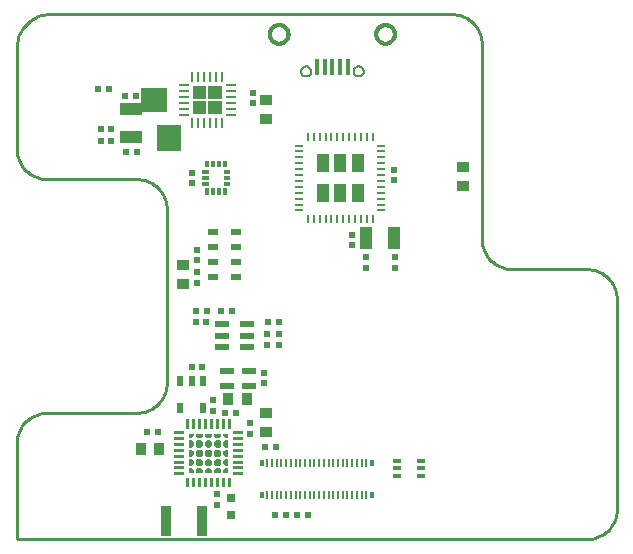
<source format=gbr>
G04 EAGLE Gerber RS-274X export*
G75*
%MOMM*%
%FSLAX34Y34*%
%LPD*%
%INSolderpaste Bottom*%
%IPPOS*%
%AMOC8*
5,1,8,0,0,1.08239X$1,22.5*%
G01*
%ADD10R,0.812800X0.203200*%
%ADD11R,0.203200X0.812800*%
%ADD12R,0.620000X0.620000*%
%ADD13R,1.000000X0.950000*%
%ADD14R,0.230000X0.660000*%
%ADD15R,0.299200X0.609200*%
%ADD16C,0.325000*%
%ADD17C,0.200000*%
%ADD18R,0.400000X1.350000*%
%ADD19R,0.500000X0.500000*%
%ADD20R,2.057400X2.235200*%
%ADD21R,2.235200X2.057400*%
%ADD22R,1.000000X1.500000*%
%ADD23R,0.250000X0.750000*%
%ADD24R,0.750000X0.250000*%
%ADD25C,0.030000*%
%ADD26R,1.206400X0.480000*%
%ADD27R,0.900000X0.550000*%
%ADD28R,1.900000X1.100000*%
%ADD29R,1.100000X1.900000*%
%ADD30R,0.673100X0.304800*%
%ADD31R,0.800000X0.800000*%
%ADD32R,0.950000X1.000000*%
%ADD33R,0.900000X2.500000*%
%ADD34R,0.508000X0.965200*%
%ADD35R,1.295400X0.609600*%
%ADD36C,0.254000*%

G36*
X160292Y372985D02*
X160292Y372985D01*
X160294Y372984D01*
X160337Y373004D01*
X160381Y373022D01*
X160381Y373024D01*
X160383Y373025D01*
X160416Y373110D01*
X160416Y384064D01*
X160415Y384066D01*
X160416Y384068D01*
X160396Y384111D01*
X160378Y384155D01*
X160376Y384155D01*
X160375Y384157D01*
X160290Y384190D01*
X149336Y384190D01*
X149334Y384189D01*
X149332Y384190D01*
X149289Y384170D01*
X149245Y384152D01*
X149245Y384150D01*
X149243Y384149D01*
X149210Y384064D01*
X149210Y373110D01*
X149211Y373108D01*
X149210Y373106D01*
X149230Y373063D01*
X149248Y373019D01*
X149250Y373019D01*
X149251Y373017D01*
X149336Y372984D01*
X160290Y372984D01*
X160292Y372985D01*
G37*
G36*
X173246Y372985D02*
X173246Y372985D01*
X173248Y372984D01*
X173291Y373004D01*
X173335Y373022D01*
X173335Y373024D01*
X173337Y373025D01*
X173370Y373110D01*
X173370Y384064D01*
X173369Y384066D01*
X173370Y384068D01*
X173350Y384111D01*
X173332Y384155D01*
X173330Y384155D01*
X173329Y384157D01*
X173244Y384190D01*
X162290Y384190D01*
X162288Y384189D01*
X162286Y384190D01*
X162243Y384170D01*
X162199Y384152D01*
X162199Y384150D01*
X162197Y384149D01*
X162164Y384064D01*
X162164Y373110D01*
X162165Y373108D01*
X162164Y373106D01*
X162184Y373063D01*
X162202Y373019D01*
X162204Y373019D01*
X162205Y373017D01*
X162290Y372984D01*
X173244Y372984D01*
X173246Y372985D01*
G37*
G36*
X173246Y360031D02*
X173246Y360031D01*
X173248Y360030D01*
X173291Y360050D01*
X173335Y360068D01*
X173335Y360070D01*
X173337Y360071D01*
X173370Y360156D01*
X173370Y371110D01*
X173369Y371112D01*
X173370Y371114D01*
X173350Y371157D01*
X173332Y371201D01*
X173330Y371201D01*
X173329Y371203D01*
X173244Y371236D01*
X162290Y371236D01*
X162288Y371235D01*
X162286Y371236D01*
X162243Y371216D01*
X162199Y371198D01*
X162199Y371196D01*
X162197Y371195D01*
X162164Y371110D01*
X162164Y360156D01*
X162165Y360154D01*
X162164Y360152D01*
X162184Y360109D01*
X162202Y360065D01*
X162204Y360065D01*
X162205Y360063D01*
X162290Y360030D01*
X173244Y360030D01*
X173246Y360031D01*
G37*
G36*
X160292Y360031D02*
X160292Y360031D01*
X160294Y360030D01*
X160337Y360050D01*
X160381Y360068D01*
X160381Y360070D01*
X160383Y360071D01*
X160416Y360156D01*
X160416Y371110D01*
X160415Y371112D01*
X160416Y371114D01*
X160396Y371157D01*
X160378Y371201D01*
X160376Y371201D01*
X160375Y371203D01*
X160290Y371236D01*
X149336Y371236D01*
X149334Y371235D01*
X149332Y371236D01*
X149289Y371216D01*
X149245Y371198D01*
X149245Y371196D01*
X149243Y371195D01*
X149210Y371110D01*
X149210Y360156D01*
X149211Y360154D01*
X149210Y360152D01*
X149230Y360109D01*
X149248Y360065D01*
X149250Y360065D01*
X149251Y360063D01*
X149336Y360030D01*
X160290Y360030D01*
X160292Y360031D01*
G37*
G36*
X171706Y69836D02*
X171706Y69836D01*
X171709Y69835D01*
X171792Y69872D01*
X173206Y71286D01*
X173208Y71289D01*
X173210Y71290D01*
X173243Y71375D01*
X173243Y74421D01*
X173242Y74424D01*
X173243Y74427D01*
X173206Y74510D01*
X171792Y75924D01*
X171789Y75926D01*
X171788Y75928D01*
X171703Y75961D01*
X168657Y75961D01*
X168654Y75960D01*
X168651Y75961D01*
X168568Y75924D01*
X167154Y74510D01*
X167153Y74507D01*
X167150Y74506D01*
X167117Y74421D01*
X167117Y71375D01*
X167118Y71372D01*
X167117Y71369D01*
X167154Y71286D01*
X168568Y69872D01*
X168571Y69871D01*
X168572Y69868D01*
X168657Y69835D01*
X171703Y69835D01*
X171706Y69836D01*
G37*
G36*
X163832Y69836D02*
X163832Y69836D01*
X163835Y69835D01*
X163918Y69872D01*
X165332Y71286D01*
X165334Y71289D01*
X165336Y71290D01*
X165369Y71375D01*
X165369Y74421D01*
X165368Y74424D01*
X165369Y74427D01*
X165332Y74510D01*
X163918Y75924D01*
X163915Y75926D01*
X163914Y75928D01*
X163829Y75961D01*
X160783Y75961D01*
X160780Y75960D01*
X160777Y75961D01*
X160694Y75924D01*
X159280Y74510D01*
X159279Y74507D01*
X159276Y74506D01*
X159243Y74421D01*
X159243Y71375D01*
X159244Y71372D01*
X159243Y71369D01*
X159280Y71286D01*
X160694Y69872D01*
X160697Y69871D01*
X160698Y69868D01*
X160783Y69835D01*
X163829Y69835D01*
X163832Y69836D01*
G37*
G36*
X163832Y61962D02*
X163832Y61962D01*
X163835Y61961D01*
X163918Y61998D01*
X165332Y63412D01*
X165334Y63415D01*
X165336Y63416D01*
X165369Y63501D01*
X165369Y66547D01*
X165368Y66550D01*
X165369Y66553D01*
X165332Y66636D01*
X163918Y68050D01*
X163915Y68052D01*
X163914Y68054D01*
X163829Y68087D01*
X160783Y68087D01*
X160780Y68086D01*
X160777Y68087D01*
X160694Y68050D01*
X159280Y66636D01*
X159279Y66633D01*
X159276Y66632D01*
X159243Y66547D01*
X159243Y63501D01*
X159244Y63498D01*
X159243Y63495D01*
X159280Y63412D01*
X160694Y61998D01*
X160697Y61997D01*
X160698Y61994D01*
X160783Y61961D01*
X163829Y61961D01*
X163832Y61962D01*
G37*
G36*
X155958Y61962D02*
X155958Y61962D01*
X155961Y61961D01*
X156044Y61998D01*
X157458Y63412D01*
X157460Y63415D01*
X157462Y63416D01*
X157495Y63501D01*
X157495Y66547D01*
X157494Y66550D01*
X157495Y66553D01*
X157458Y66636D01*
X156044Y68050D01*
X156041Y68052D01*
X156040Y68054D01*
X155955Y68087D01*
X152909Y68087D01*
X152906Y68086D01*
X152903Y68087D01*
X152820Y68050D01*
X151406Y66636D01*
X151405Y66633D01*
X151402Y66632D01*
X151369Y66547D01*
X151369Y63501D01*
X151370Y63498D01*
X151369Y63495D01*
X151406Y63412D01*
X152820Y61998D01*
X152823Y61997D01*
X152824Y61994D01*
X152909Y61961D01*
X155955Y61961D01*
X155958Y61962D01*
G37*
G36*
X171706Y61962D02*
X171706Y61962D01*
X171709Y61961D01*
X171792Y61998D01*
X173206Y63412D01*
X173208Y63415D01*
X173210Y63416D01*
X173243Y63501D01*
X173243Y66547D01*
X173242Y66550D01*
X173243Y66553D01*
X173206Y66636D01*
X171792Y68050D01*
X171789Y68052D01*
X171788Y68054D01*
X171703Y68087D01*
X168657Y68087D01*
X168654Y68086D01*
X168651Y68087D01*
X168568Y68050D01*
X167154Y66636D01*
X167153Y66633D01*
X167150Y66632D01*
X167117Y66547D01*
X167117Y63501D01*
X167118Y63498D01*
X167117Y63495D01*
X167154Y63412D01*
X168568Y61998D01*
X168571Y61997D01*
X168572Y61994D01*
X168657Y61961D01*
X171703Y61961D01*
X171706Y61962D01*
G37*
G36*
X155958Y69836D02*
X155958Y69836D01*
X155961Y69835D01*
X156044Y69872D01*
X157458Y71286D01*
X157460Y71289D01*
X157462Y71290D01*
X157495Y71375D01*
X157495Y74421D01*
X157494Y74424D01*
X157495Y74427D01*
X157458Y74510D01*
X156044Y75924D01*
X156041Y75926D01*
X156040Y75928D01*
X155955Y75961D01*
X152909Y75961D01*
X152906Y75960D01*
X152903Y75961D01*
X152820Y75924D01*
X151406Y74510D01*
X151405Y74507D01*
X151402Y74506D01*
X151369Y74421D01*
X151369Y71375D01*
X151370Y71372D01*
X151369Y71369D01*
X151406Y71286D01*
X152820Y69872D01*
X152823Y69871D01*
X152824Y69868D01*
X152909Y69835D01*
X155955Y69835D01*
X155958Y69836D01*
G37*
G36*
X155958Y77710D02*
X155958Y77710D01*
X155961Y77709D01*
X156044Y77746D01*
X157458Y79160D01*
X157460Y79163D01*
X157462Y79164D01*
X157495Y79249D01*
X157495Y82295D01*
X157494Y82298D01*
X157495Y82301D01*
X157458Y82384D01*
X156044Y83798D01*
X156041Y83800D01*
X156040Y83802D01*
X155955Y83835D01*
X152909Y83835D01*
X152906Y83834D01*
X152903Y83835D01*
X152820Y83798D01*
X151406Y82384D01*
X151405Y82381D01*
X151402Y82380D01*
X151369Y82295D01*
X151369Y79249D01*
X151370Y79246D01*
X151369Y79243D01*
X151406Y79160D01*
X152820Y77746D01*
X152823Y77745D01*
X152824Y77742D01*
X152909Y77709D01*
X155955Y77709D01*
X155958Y77710D01*
G37*
G36*
X171706Y77710D02*
X171706Y77710D01*
X171709Y77709D01*
X171792Y77746D01*
X173206Y79160D01*
X173208Y79163D01*
X173210Y79164D01*
X173243Y79249D01*
X173243Y82295D01*
X173242Y82298D01*
X173243Y82301D01*
X173206Y82384D01*
X171792Y83798D01*
X171789Y83800D01*
X171788Y83802D01*
X171703Y83835D01*
X168657Y83835D01*
X168654Y83834D01*
X168651Y83835D01*
X168568Y83798D01*
X167154Y82384D01*
X167153Y82381D01*
X167150Y82380D01*
X167117Y82295D01*
X167117Y79249D01*
X167118Y79246D01*
X167117Y79243D01*
X167154Y79160D01*
X168568Y77746D01*
X168571Y77745D01*
X168572Y77742D01*
X168657Y77709D01*
X171703Y77709D01*
X171706Y77710D01*
G37*
G36*
X163808Y77710D02*
X163808Y77710D01*
X163810Y77709D01*
X163853Y77729D01*
X163897Y77747D01*
X163897Y77749D01*
X163899Y77750D01*
X163932Y77835D01*
X163932Y77843D01*
X165330Y79157D01*
X165332Y79162D01*
X165336Y79164D01*
X165363Y79234D01*
X165369Y79247D01*
X165369Y79248D01*
X165369Y79249D01*
X165369Y82295D01*
X165368Y82298D01*
X165369Y82301D01*
X165332Y82384D01*
X163918Y83798D01*
X163915Y83800D01*
X163914Y83802D01*
X163829Y83835D01*
X160783Y83835D01*
X160780Y83834D01*
X160777Y83835D01*
X160694Y83798D01*
X159280Y82384D01*
X159279Y82381D01*
X159276Y82380D01*
X159243Y82295D01*
X159243Y79249D01*
X159244Y79246D01*
X159243Y79243D01*
X159280Y79160D01*
X160694Y77746D01*
X160697Y77745D01*
X160698Y77742D01*
X160783Y77709D01*
X163806Y77709D01*
X163808Y77710D01*
G37*
G36*
X173119Y56272D02*
X173119Y56272D01*
X173121Y56271D01*
X173164Y56291D01*
X173208Y56309D01*
X173208Y56311D01*
X173210Y56312D01*
X173243Y56397D01*
X173243Y58673D01*
X173243Y58674D01*
X173242Y58676D01*
X173243Y58679D01*
X173206Y58762D01*
X171792Y60176D01*
X171789Y60178D01*
X171788Y60180D01*
X171703Y60213D01*
X168657Y60213D01*
X168654Y60212D01*
X168651Y60213D01*
X168568Y60176D01*
X167154Y58762D01*
X167153Y58759D01*
X167150Y58758D01*
X167117Y58673D01*
X167117Y56397D01*
X167118Y56395D01*
X167117Y56393D01*
X167137Y56350D01*
X167155Y56307D01*
X167157Y56306D01*
X167158Y56304D01*
X167243Y56271D01*
X173117Y56271D01*
X173119Y56272D01*
G37*
G36*
X157371Y56272D02*
X157371Y56272D01*
X157373Y56271D01*
X157416Y56291D01*
X157460Y56309D01*
X157460Y56311D01*
X157462Y56312D01*
X157495Y56397D01*
X157495Y58673D01*
X157495Y58674D01*
X157494Y58676D01*
X157495Y58679D01*
X157458Y58762D01*
X156044Y60176D01*
X156041Y60178D01*
X156040Y60180D01*
X155955Y60213D01*
X152909Y60213D01*
X152906Y60212D01*
X152903Y60213D01*
X152820Y60176D01*
X151406Y58762D01*
X151405Y58759D01*
X151402Y58758D01*
X151369Y58673D01*
X151369Y56397D01*
X151370Y56395D01*
X151369Y56393D01*
X151389Y56350D01*
X151407Y56307D01*
X151409Y56306D01*
X151410Y56304D01*
X151495Y56271D01*
X157369Y56271D01*
X157371Y56272D01*
G37*
G36*
X165245Y56272D02*
X165245Y56272D01*
X165247Y56271D01*
X165290Y56291D01*
X165334Y56309D01*
X165334Y56311D01*
X165336Y56312D01*
X165369Y56397D01*
X165369Y58673D01*
X165369Y58674D01*
X165368Y58676D01*
X165369Y58679D01*
X165332Y58762D01*
X163918Y60176D01*
X163915Y60178D01*
X163914Y60180D01*
X163829Y60213D01*
X160783Y60213D01*
X160780Y60212D01*
X160777Y60213D01*
X160694Y60176D01*
X159280Y58762D01*
X159279Y58759D01*
X159276Y58758D01*
X159243Y58673D01*
X159243Y56397D01*
X159244Y56395D01*
X159243Y56393D01*
X159263Y56350D01*
X159281Y56307D01*
X159283Y56306D01*
X159284Y56304D01*
X159369Y56271D01*
X165243Y56271D01*
X165245Y56272D01*
G37*
G36*
X155958Y85584D02*
X155958Y85584D01*
X155961Y85583D01*
X156044Y85620D01*
X157458Y87034D01*
X157460Y87037D01*
X157462Y87038D01*
X157495Y87123D01*
X157495Y89399D01*
X157494Y89401D01*
X157495Y89403D01*
X157475Y89446D01*
X157457Y89489D01*
X157455Y89490D01*
X157454Y89492D01*
X157369Y89525D01*
X151495Y89525D01*
X151493Y89524D01*
X151491Y89525D01*
X151448Y89505D01*
X151404Y89487D01*
X151404Y89485D01*
X151402Y89484D01*
X151369Y89399D01*
X151369Y87123D01*
X151370Y87120D01*
X151369Y87117D01*
X151406Y87034D01*
X152820Y85620D01*
X152823Y85619D01*
X152824Y85616D01*
X152909Y85583D01*
X155955Y85583D01*
X155958Y85584D01*
G37*
G36*
X148084Y61962D02*
X148084Y61962D01*
X148087Y61961D01*
X148170Y61998D01*
X149584Y63412D01*
X149586Y63415D01*
X149588Y63416D01*
X149621Y63501D01*
X149621Y66547D01*
X149620Y66550D01*
X149621Y66553D01*
X149584Y66636D01*
X148170Y68050D01*
X148167Y68052D01*
X148166Y68054D01*
X148081Y68087D01*
X145805Y68087D01*
X145803Y68086D01*
X145801Y68087D01*
X145758Y68067D01*
X145715Y68049D01*
X145714Y68047D01*
X145712Y68046D01*
X145679Y67961D01*
X145679Y62087D01*
X145680Y62085D01*
X145679Y62083D01*
X145699Y62040D01*
X145717Y61996D01*
X145719Y61996D01*
X145720Y61994D01*
X145805Y61961D01*
X148081Y61961D01*
X148084Y61962D01*
G37*
G36*
X171706Y85584D02*
X171706Y85584D01*
X171709Y85583D01*
X171792Y85620D01*
X173206Y87034D01*
X173208Y87037D01*
X173210Y87038D01*
X173243Y87123D01*
X173243Y89399D01*
X173242Y89401D01*
X173243Y89403D01*
X173223Y89446D01*
X173205Y89489D01*
X173203Y89490D01*
X173202Y89492D01*
X173117Y89525D01*
X167243Y89525D01*
X167241Y89524D01*
X167239Y89525D01*
X167196Y89505D01*
X167152Y89487D01*
X167152Y89485D01*
X167150Y89484D01*
X167117Y89399D01*
X167117Y87123D01*
X167118Y87120D01*
X167117Y87117D01*
X167154Y87034D01*
X168568Y85620D01*
X168571Y85619D01*
X168572Y85616D01*
X168657Y85583D01*
X171703Y85583D01*
X171706Y85584D01*
G37*
G36*
X163832Y85584D02*
X163832Y85584D01*
X163835Y85583D01*
X163918Y85620D01*
X165332Y87034D01*
X165334Y87037D01*
X165336Y87038D01*
X165369Y87123D01*
X165369Y89399D01*
X165368Y89401D01*
X165369Y89403D01*
X165349Y89446D01*
X165331Y89489D01*
X165329Y89490D01*
X165328Y89492D01*
X165243Y89525D01*
X159369Y89525D01*
X159367Y89524D01*
X159365Y89525D01*
X159322Y89505D01*
X159278Y89487D01*
X159278Y89485D01*
X159276Y89484D01*
X159243Y89399D01*
X159243Y87123D01*
X159244Y87120D01*
X159243Y87117D01*
X159280Y87034D01*
X160694Y85620D01*
X160697Y85619D01*
X160698Y85616D01*
X160783Y85583D01*
X163829Y85583D01*
X163832Y85584D01*
G37*
G36*
X178809Y69836D02*
X178809Y69836D01*
X178811Y69835D01*
X178854Y69855D01*
X178897Y69873D01*
X178898Y69875D01*
X178900Y69876D01*
X178933Y69961D01*
X178933Y75835D01*
X178932Y75837D01*
X178933Y75839D01*
X178913Y75882D01*
X178895Y75926D01*
X178893Y75926D01*
X178892Y75928D01*
X178807Y75961D01*
X176531Y75961D01*
X176528Y75960D01*
X176525Y75961D01*
X176442Y75924D01*
X175028Y74510D01*
X175027Y74507D01*
X175024Y74506D01*
X174991Y74421D01*
X174991Y71375D01*
X174992Y71372D01*
X174991Y71369D01*
X175028Y71286D01*
X176442Y69872D01*
X176445Y69871D01*
X176446Y69868D01*
X176531Y69835D01*
X178807Y69835D01*
X178809Y69836D01*
G37*
G36*
X148084Y77710D02*
X148084Y77710D01*
X148087Y77709D01*
X148170Y77746D01*
X149584Y79160D01*
X149586Y79163D01*
X149588Y79164D01*
X149621Y79249D01*
X149621Y82295D01*
X149620Y82298D01*
X149621Y82301D01*
X149584Y82384D01*
X148170Y83798D01*
X148167Y83800D01*
X148166Y83802D01*
X148081Y83835D01*
X145805Y83835D01*
X145803Y83834D01*
X145801Y83835D01*
X145758Y83815D01*
X145715Y83797D01*
X145714Y83795D01*
X145712Y83794D01*
X145679Y83709D01*
X145679Y77835D01*
X145680Y77833D01*
X145679Y77831D01*
X145699Y77788D01*
X145717Y77744D01*
X145719Y77744D01*
X145720Y77742D01*
X145805Y77709D01*
X148081Y77709D01*
X148084Y77710D01*
G37*
G36*
X178809Y61962D02*
X178809Y61962D01*
X178811Y61961D01*
X178854Y61981D01*
X178897Y61999D01*
X178898Y62001D01*
X178900Y62002D01*
X178933Y62087D01*
X178933Y67961D01*
X178932Y67963D01*
X178933Y67965D01*
X178913Y68008D01*
X178895Y68052D01*
X178893Y68052D01*
X178892Y68054D01*
X178807Y68087D01*
X176531Y68087D01*
X176528Y68086D01*
X176525Y68087D01*
X176442Y68050D01*
X175028Y66636D01*
X175027Y66633D01*
X175024Y66632D01*
X174991Y66547D01*
X174991Y63501D01*
X174992Y63498D01*
X174991Y63495D01*
X175028Y63412D01*
X176442Y61998D01*
X176445Y61997D01*
X176446Y61994D01*
X176531Y61961D01*
X178807Y61961D01*
X178809Y61962D01*
G37*
G36*
X148084Y69836D02*
X148084Y69836D01*
X148087Y69835D01*
X148170Y69872D01*
X149584Y71286D01*
X149586Y71289D01*
X149588Y71290D01*
X149621Y71375D01*
X149621Y74421D01*
X149620Y74424D01*
X149621Y74427D01*
X149584Y74510D01*
X148170Y75924D01*
X148167Y75926D01*
X148166Y75928D01*
X148081Y75961D01*
X145805Y75961D01*
X145803Y75960D01*
X145801Y75961D01*
X145758Y75941D01*
X145715Y75923D01*
X145714Y75921D01*
X145712Y75920D01*
X145679Y75835D01*
X145679Y69961D01*
X145680Y69959D01*
X145679Y69957D01*
X145699Y69914D01*
X145717Y69870D01*
X145719Y69870D01*
X145720Y69868D01*
X145805Y69835D01*
X148081Y69835D01*
X148084Y69836D01*
G37*
G36*
X178809Y77710D02*
X178809Y77710D01*
X178811Y77709D01*
X178854Y77729D01*
X178897Y77747D01*
X178898Y77749D01*
X178900Y77750D01*
X178933Y77835D01*
X178933Y83709D01*
X178932Y83711D01*
X178933Y83713D01*
X178913Y83756D01*
X178895Y83800D01*
X178893Y83800D01*
X178892Y83802D01*
X178807Y83835D01*
X176531Y83835D01*
X176528Y83834D01*
X176525Y83835D01*
X176442Y83798D01*
X175028Y82384D01*
X175027Y82381D01*
X175024Y82380D01*
X174991Y82295D01*
X174991Y79249D01*
X174992Y79246D01*
X174991Y79243D01*
X175028Y79160D01*
X176442Y77746D01*
X176445Y77745D01*
X176446Y77742D01*
X176531Y77709D01*
X178807Y77709D01*
X178809Y77710D01*
G37*
G36*
X191059Y54122D02*
X191059Y54122D01*
X191061Y54121D01*
X191104Y54141D01*
X191148Y54159D01*
X191149Y54161D01*
X191151Y54162D01*
X191183Y54247D01*
X191183Y56549D01*
X191182Y56551D01*
X191183Y56553D01*
X191163Y56596D01*
X191145Y56640D01*
X191143Y56641D01*
X191142Y56643D01*
X191057Y56675D01*
X183055Y56675D01*
X183053Y56675D01*
X183051Y56675D01*
X183008Y56655D01*
X182964Y56637D01*
X182963Y56635D01*
X182962Y56634D01*
X182929Y56549D01*
X182929Y54247D01*
X182930Y54245D01*
X182929Y54243D01*
X182949Y54200D01*
X182967Y54156D01*
X182969Y54155D01*
X182970Y54153D01*
X183055Y54121D01*
X191057Y54121D01*
X191059Y54122D01*
G37*
G36*
X141559Y64122D02*
X141559Y64122D01*
X141561Y64121D01*
X141604Y64141D01*
X141648Y64159D01*
X141649Y64161D01*
X141651Y64162D01*
X141683Y64247D01*
X141683Y66549D01*
X141682Y66551D01*
X141683Y66553D01*
X141663Y66596D01*
X141645Y66640D01*
X141643Y66641D01*
X141642Y66643D01*
X141557Y66675D01*
X133555Y66675D01*
X133553Y66675D01*
X133551Y66675D01*
X133508Y66655D01*
X133464Y66637D01*
X133463Y66635D01*
X133462Y66634D01*
X133429Y66549D01*
X133429Y64247D01*
X133430Y64245D01*
X133429Y64243D01*
X133449Y64200D01*
X133467Y64156D01*
X133469Y64155D01*
X133470Y64153D01*
X133555Y64121D01*
X141557Y64121D01*
X141559Y64122D01*
G37*
G36*
X141559Y89122D02*
X141559Y89122D01*
X141561Y89121D01*
X141604Y89141D01*
X141648Y89159D01*
X141649Y89161D01*
X141651Y89162D01*
X141683Y89247D01*
X141683Y91549D01*
X141682Y91551D01*
X141683Y91553D01*
X141663Y91596D01*
X141645Y91640D01*
X141643Y91641D01*
X141642Y91643D01*
X141557Y91675D01*
X133555Y91675D01*
X133553Y91675D01*
X133551Y91675D01*
X133508Y91655D01*
X133464Y91637D01*
X133463Y91635D01*
X133462Y91634D01*
X133429Y91549D01*
X133429Y89247D01*
X133430Y89245D01*
X133429Y89243D01*
X133449Y89200D01*
X133467Y89156D01*
X133469Y89155D01*
X133470Y89153D01*
X133555Y89121D01*
X141557Y89121D01*
X141559Y89122D01*
G37*
G36*
X141559Y74122D02*
X141559Y74122D01*
X141561Y74121D01*
X141604Y74141D01*
X141648Y74159D01*
X141649Y74161D01*
X141651Y74162D01*
X141683Y74247D01*
X141683Y76549D01*
X141682Y76551D01*
X141683Y76553D01*
X141663Y76596D01*
X141645Y76640D01*
X141643Y76641D01*
X141642Y76643D01*
X141557Y76675D01*
X133555Y76675D01*
X133553Y76674D01*
X133551Y76675D01*
X133508Y76655D01*
X133464Y76637D01*
X133463Y76635D01*
X133462Y76634D01*
X133429Y76549D01*
X133429Y74247D01*
X133430Y74245D01*
X133429Y74243D01*
X133449Y74200D01*
X133467Y74156D01*
X133469Y74155D01*
X133470Y74153D01*
X133555Y74121D01*
X141557Y74121D01*
X141559Y74122D01*
G37*
G36*
X191059Y74122D02*
X191059Y74122D01*
X191061Y74121D01*
X191104Y74141D01*
X191148Y74159D01*
X191149Y74161D01*
X191151Y74162D01*
X191183Y74247D01*
X191183Y76549D01*
X191182Y76551D01*
X191183Y76553D01*
X191163Y76596D01*
X191145Y76640D01*
X191143Y76641D01*
X191142Y76643D01*
X191057Y76675D01*
X183055Y76675D01*
X183053Y76674D01*
X183051Y76675D01*
X183008Y76655D01*
X182964Y76637D01*
X182963Y76635D01*
X182962Y76634D01*
X182929Y76549D01*
X182929Y74247D01*
X182930Y74245D01*
X182929Y74243D01*
X182949Y74200D01*
X182967Y74156D01*
X182969Y74155D01*
X182970Y74153D01*
X183055Y74121D01*
X191057Y74121D01*
X191059Y74122D01*
G37*
G36*
X160958Y93522D02*
X160958Y93522D01*
X160960Y93521D01*
X161004Y93541D01*
X161047Y93559D01*
X161048Y93561D01*
X161050Y93562D01*
X161083Y93647D01*
X161083Y101649D01*
X161082Y101651D01*
X161083Y101653D01*
X161063Y101696D01*
X161044Y101740D01*
X161042Y101741D01*
X161041Y101743D01*
X160956Y101775D01*
X158654Y101775D01*
X158652Y101774D01*
X158650Y101775D01*
X158607Y101755D01*
X158564Y101737D01*
X158563Y101735D01*
X158561Y101734D01*
X158528Y101649D01*
X158528Y93647D01*
X158529Y93645D01*
X158528Y93643D01*
X158548Y93600D01*
X158566Y93556D01*
X158568Y93555D01*
X158569Y93554D01*
X158654Y93521D01*
X160956Y93521D01*
X160958Y93522D01*
G37*
G36*
X175962Y44022D02*
X175962Y44022D01*
X175964Y44021D01*
X176007Y44041D01*
X176051Y44059D01*
X176052Y44061D01*
X176054Y44062D01*
X176086Y44147D01*
X176086Y52149D01*
X176086Y52151D01*
X176086Y52153D01*
X176067Y52196D01*
X176048Y52240D01*
X176046Y52241D01*
X176045Y52243D01*
X175960Y52275D01*
X173658Y52275D01*
X173656Y52274D01*
X173654Y52275D01*
X173611Y52255D01*
X173567Y52237D01*
X173567Y52235D01*
X173565Y52234D01*
X173532Y52149D01*
X173532Y44147D01*
X173533Y44145D01*
X173532Y44143D01*
X173552Y44100D01*
X173570Y44056D01*
X173572Y44055D01*
X173573Y44054D01*
X173658Y44021D01*
X175960Y44021D01*
X175962Y44022D01*
G37*
G36*
X141559Y79122D02*
X141559Y79122D01*
X141561Y79121D01*
X141604Y79141D01*
X141648Y79159D01*
X141649Y79161D01*
X141651Y79162D01*
X141683Y79247D01*
X141683Y81549D01*
X141682Y81551D01*
X141683Y81553D01*
X141663Y81596D01*
X141645Y81640D01*
X141643Y81641D01*
X141642Y81643D01*
X141557Y81675D01*
X133555Y81675D01*
X133553Y81675D01*
X133551Y81675D01*
X133508Y81655D01*
X133464Y81637D01*
X133463Y81635D01*
X133462Y81634D01*
X133429Y81549D01*
X133429Y79247D01*
X133430Y79245D01*
X133429Y79243D01*
X133449Y79200D01*
X133467Y79156D01*
X133469Y79155D01*
X133470Y79154D01*
X133555Y79121D01*
X141557Y79121D01*
X141559Y79122D01*
G37*
G36*
X145955Y93522D02*
X145955Y93522D01*
X145957Y93521D01*
X146000Y93541D01*
X146043Y93559D01*
X146044Y93561D01*
X146046Y93562D01*
X146079Y93647D01*
X146079Y101649D01*
X146078Y101651D01*
X146079Y101653D01*
X146059Y101696D01*
X146041Y101740D01*
X146038Y101741D01*
X146038Y101743D01*
X145953Y101775D01*
X143651Y101775D01*
X143649Y101774D01*
X143646Y101775D01*
X143603Y101755D01*
X143560Y101737D01*
X143559Y101735D01*
X143557Y101734D01*
X143524Y101649D01*
X143524Y93647D01*
X143525Y93645D01*
X143524Y93643D01*
X143544Y93600D01*
X143563Y93556D01*
X143565Y93555D01*
X143566Y93554D01*
X143651Y93521D01*
X145953Y93521D01*
X145955Y93522D01*
G37*
G36*
X165960Y44022D02*
X165960Y44022D01*
X165962Y44021D01*
X166005Y44041D01*
X166048Y44059D01*
X166049Y44061D01*
X166051Y44062D01*
X166084Y44147D01*
X166084Y52149D01*
X166083Y52151D01*
X166084Y52153D01*
X166064Y52196D01*
X166046Y52240D01*
X166044Y52241D01*
X166043Y52243D01*
X165958Y52275D01*
X163656Y52275D01*
X163654Y52274D01*
X163652Y52275D01*
X163609Y52255D01*
X163565Y52237D01*
X163564Y52235D01*
X163562Y52234D01*
X163529Y52149D01*
X163529Y44147D01*
X163530Y44145D01*
X163529Y44143D01*
X163549Y44100D01*
X163568Y44056D01*
X163570Y44055D01*
X163571Y44054D01*
X163656Y44021D01*
X165958Y44021D01*
X165960Y44022D01*
G37*
G36*
X191059Y69122D02*
X191059Y69122D01*
X191061Y69121D01*
X191104Y69141D01*
X191148Y69159D01*
X191149Y69161D01*
X191151Y69162D01*
X191183Y69247D01*
X191183Y71549D01*
X191182Y71551D01*
X191183Y71553D01*
X191163Y71596D01*
X191145Y71640D01*
X191143Y71641D01*
X191142Y71643D01*
X191057Y71675D01*
X183055Y71675D01*
X183053Y71675D01*
X183051Y71675D01*
X183008Y71655D01*
X182964Y71637D01*
X182963Y71635D01*
X182962Y71634D01*
X182929Y71549D01*
X182929Y69247D01*
X182930Y69245D01*
X182929Y69243D01*
X182949Y69200D01*
X182967Y69156D01*
X182969Y69155D01*
X182970Y69154D01*
X183055Y69121D01*
X191057Y69121D01*
X191059Y69122D01*
G37*
G36*
X141559Y69122D02*
X141559Y69122D01*
X141561Y69121D01*
X141604Y69141D01*
X141648Y69159D01*
X141649Y69161D01*
X141651Y69162D01*
X141683Y69247D01*
X141683Y71549D01*
X141682Y71551D01*
X141683Y71553D01*
X141663Y71596D01*
X141645Y71640D01*
X141643Y71641D01*
X141642Y71643D01*
X141557Y71675D01*
X133555Y71675D01*
X133553Y71675D01*
X133551Y71675D01*
X133508Y71655D01*
X133464Y71637D01*
X133463Y71635D01*
X133462Y71634D01*
X133429Y71549D01*
X133429Y69247D01*
X133430Y69245D01*
X133429Y69243D01*
X133449Y69200D01*
X133467Y69156D01*
X133469Y69155D01*
X133470Y69154D01*
X133555Y69121D01*
X141557Y69121D01*
X141559Y69122D01*
G37*
G36*
X145955Y44022D02*
X145955Y44022D01*
X145957Y44021D01*
X146000Y44041D01*
X146043Y44059D01*
X146044Y44061D01*
X146046Y44062D01*
X146079Y44147D01*
X146079Y52149D01*
X146078Y52151D01*
X146079Y52153D01*
X146059Y52196D01*
X146041Y52240D01*
X146038Y52241D01*
X146038Y52243D01*
X145953Y52275D01*
X143651Y52275D01*
X143649Y52274D01*
X143646Y52275D01*
X143603Y52255D01*
X143560Y52237D01*
X143559Y52235D01*
X143557Y52234D01*
X143524Y52149D01*
X143524Y44147D01*
X143525Y44145D01*
X143524Y44143D01*
X143544Y44100D01*
X143563Y44056D01*
X143565Y44055D01*
X143566Y44054D01*
X143651Y44021D01*
X145953Y44021D01*
X145955Y44022D01*
G37*
G36*
X150956Y44022D02*
X150956Y44022D01*
X150958Y44021D01*
X151001Y44041D01*
X151045Y44059D01*
X151045Y44061D01*
X151047Y44062D01*
X151080Y44147D01*
X151080Y52149D01*
X151079Y52151D01*
X151080Y52153D01*
X151060Y52196D01*
X151042Y52240D01*
X151040Y52241D01*
X151039Y52243D01*
X150954Y52275D01*
X148652Y52275D01*
X148650Y52274D01*
X148648Y52275D01*
X148605Y52255D01*
X148561Y52237D01*
X148560Y52235D01*
X148558Y52234D01*
X148526Y52149D01*
X148526Y44147D01*
X148526Y44145D01*
X148526Y44143D01*
X148545Y44100D01*
X148564Y44056D01*
X148566Y44055D01*
X148567Y44054D01*
X148652Y44021D01*
X150954Y44021D01*
X150956Y44022D01*
G37*
G36*
X160958Y44022D02*
X160958Y44022D01*
X160960Y44021D01*
X161004Y44041D01*
X161047Y44059D01*
X161048Y44061D01*
X161050Y44062D01*
X161083Y44147D01*
X161083Y52149D01*
X161082Y52151D01*
X161083Y52153D01*
X161063Y52196D01*
X161044Y52240D01*
X161042Y52241D01*
X161041Y52243D01*
X160956Y52275D01*
X158654Y52275D01*
X158652Y52274D01*
X158650Y52275D01*
X158607Y52255D01*
X158564Y52237D01*
X158563Y52235D01*
X158561Y52234D01*
X158528Y52149D01*
X158528Y44147D01*
X158529Y44145D01*
X158528Y44143D01*
X158548Y44100D01*
X158566Y44056D01*
X158568Y44055D01*
X158569Y44054D01*
X158654Y44021D01*
X160956Y44021D01*
X160958Y44022D01*
G37*
G36*
X191059Y89122D02*
X191059Y89122D01*
X191061Y89121D01*
X191104Y89141D01*
X191148Y89159D01*
X191149Y89161D01*
X191151Y89162D01*
X191183Y89247D01*
X191183Y91549D01*
X191182Y91551D01*
X191183Y91553D01*
X191163Y91596D01*
X191145Y91640D01*
X191143Y91641D01*
X191142Y91643D01*
X191057Y91675D01*
X183055Y91675D01*
X183053Y91674D01*
X183051Y91675D01*
X183008Y91655D01*
X182964Y91637D01*
X182963Y91635D01*
X182962Y91634D01*
X182929Y91549D01*
X182929Y89247D01*
X182930Y89245D01*
X182929Y89243D01*
X182949Y89200D01*
X182967Y89156D01*
X182969Y89155D01*
X182970Y89153D01*
X183055Y89121D01*
X191057Y89121D01*
X191059Y89122D01*
G37*
G36*
X180964Y93522D02*
X180964Y93522D01*
X180966Y93521D01*
X181009Y93541D01*
X181052Y93559D01*
X181053Y93561D01*
X181055Y93562D01*
X181088Y93647D01*
X181088Y101649D01*
X181087Y101651D01*
X181088Y101653D01*
X181068Y101696D01*
X181049Y101740D01*
X181047Y101741D01*
X181046Y101743D01*
X180962Y101775D01*
X178659Y101775D01*
X178657Y101774D01*
X178655Y101775D01*
X178612Y101755D01*
X178569Y101737D01*
X178568Y101735D01*
X178566Y101734D01*
X178533Y101649D01*
X178533Y93647D01*
X178534Y93645D01*
X178533Y93643D01*
X178553Y93600D01*
X178572Y93556D01*
X178574Y93555D01*
X178574Y93554D01*
X178659Y93521D01*
X180962Y93521D01*
X180964Y93522D01*
G37*
G36*
X155957Y93522D02*
X155957Y93522D01*
X155959Y93521D01*
X156002Y93541D01*
X156046Y93559D01*
X156047Y93561D01*
X156049Y93562D01*
X156081Y93647D01*
X156081Y101649D01*
X156081Y101651D01*
X156081Y101653D01*
X156062Y101696D01*
X156043Y101740D01*
X156041Y101741D01*
X156040Y101743D01*
X155955Y101775D01*
X153653Y101775D01*
X153651Y101774D01*
X153649Y101775D01*
X153606Y101755D01*
X153562Y101737D01*
X153562Y101735D01*
X153560Y101734D01*
X153527Y101649D01*
X153527Y93647D01*
X153528Y93645D01*
X153527Y93643D01*
X153547Y93600D01*
X153565Y93556D01*
X153567Y93555D01*
X153568Y93554D01*
X153653Y93521D01*
X155955Y93521D01*
X155957Y93522D01*
G37*
G36*
X191059Y64122D02*
X191059Y64122D01*
X191061Y64121D01*
X191104Y64141D01*
X191148Y64159D01*
X191149Y64161D01*
X191151Y64162D01*
X191183Y64247D01*
X191183Y66549D01*
X191182Y66551D01*
X191183Y66553D01*
X191163Y66596D01*
X191145Y66640D01*
X191143Y66641D01*
X191142Y66643D01*
X191057Y66675D01*
X183055Y66675D01*
X183053Y66674D01*
X183051Y66675D01*
X183008Y66655D01*
X182964Y66637D01*
X182963Y66635D01*
X182962Y66634D01*
X182929Y66549D01*
X182929Y64247D01*
X182930Y64245D01*
X182929Y64243D01*
X182949Y64200D01*
X182967Y64156D01*
X182969Y64155D01*
X182970Y64153D01*
X183055Y64121D01*
X191057Y64121D01*
X191059Y64122D01*
G37*
G36*
X170961Y44022D02*
X170961Y44022D01*
X170963Y44021D01*
X171006Y44041D01*
X171050Y44059D01*
X171050Y44061D01*
X171052Y44062D01*
X171085Y44147D01*
X171085Y52149D01*
X171084Y52151D01*
X171085Y52153D01*
X171065Y52196D01*
X171047Y52240D01*
X171045Y52241D01*
X171044Y52243D01*
X170959Y52275D01*
X168657Y52275D01*
X168655Y52274D01*
X168653Y52275D01*
X168610Y52255D01*
X168566Y52237D01*
X168565Y52235D01*
X168563Y52234D01*
X168531Y52149D01*
X168531Y44147D01*
X168531Y44145D01*
X168531Y44143D01*
X168551Y44100D01*
X168569Y44056D01*
X168571Y44055D01*
X168572Y44054D01*
X168657Y44021D01*
X170959Y44021D01*
X170961Y44022D01*
G37*
G36*
X155957Y44022D02*
X155957Y44022D01*
X155959Y44021D01*
X156002Y44041D01*
X156046Y44059D01*
X156047Y44061D01*
X156049Y44062D01*
X156081Y44147D01*
X156081Y52149D01*
X156081Y52151D01*
X156081Y52153D01*
X156062Y52196D01*
X156043Y52240D01*
X156041Y52241D01*
X156040Y52243D01*
X155955Y52275D01*
X153653Y52275D01*
X153651Y52274D01*
X153649Y52275D01*
X153606Y52255D01*
X153562Y52237D01*
X153562Y52235D01*
X153560Y52234D01*
X153527Y52149D01*
X153527Y44147D01*
X153528Y44145D01*
X153527Y44143D01*
X153547Y44100D01*
X153565Y44056D01*
X153567Y44055D01*
X153568Y44054D01*
X153653Y44021D01*
X155955Y44021D01*
X155957Y44022D01*
G37*
G36*
X180964Y44022D02*
X180964Y44022D01*
X180966Y44021D01*
X181009Y44041D01*
X181052Y44059D01*
X181053Y44061D01*
X181055Y44062D01*
X181088Y44147D01*
X181088Y52149D01*
X181087Y52151D01*
X181088Y52153D01*
X181068Y52196D01*
X181049Y52240D01*
X181047Y52241D01*
X181046Y52243D01*
X180962Y52275D01*
X178659Y52275D01*
X178657Y52274D01*
X178655Y52275D01*
X178612Y52255D01*
X178569Y52237D01*
X178568Y52235D01*
X178566Y52234D01*
X178533Y52149D01*
X178533Y44147D01*
X178534Y44145D01*
X178533Y44143D01*
X178553Y44100D01*
X178572Y44056D01*
X178574Y44055D01*
X178574Y44054D01*
X178659Y44021D01*
X180962Y44021D01*
X180964Y44022D01*
G37*
G36*
X170961Y93522D02*
X170961Y93522D01*
X170963Y93521D01*
X171006Y93541D01*
X171050Y93559D01*
X171050Y93561D01*
X171052Y93562D01*
X171085Y93647D01*
X171085Y101649D01*
X171084Y101651D01*
X171085Y101653D01*
X171065Y101696D01*
X171047Y101740D01*
X171045Y101741D01*
X171044Y101743D01*
X170959Y101775D01*
X168657Y101775D01*
X168655Y101774D01*
X168653Y101775D01*
X168610Y101755D01*
X168566Y101737D01*
X168565Y101735D01*
X168563Y101734D01*
X168531Y101649D01*
X168531Y93647D01*
X168531Y93645D01*
X168531Y93643D01*
X168551Y93600D01*
X168569Y93556D01*
X168571Y93555D01*
X168572Y93554D01*
X168657Y93521D01*
X170959Y93521D01*
X170961Y93522D01*
G37*
G36*
X150956Y93522D02*
X150956Y93522D01*
X150958Y93521D01*
X151001Y93541D01*
X151045Y93559D01*
X151045Y93561D01*
X151047Y93562D01*
X151080Y93647D01*
X151080Y101649D01*
X151079Y101651D01*
X151080Y101653D01*
X151060Y101696D01*
X151042Y101740D01*
X151040Y101741D01*
X151039Y101743D01*
X150954Y101775D01*
X148652Y101775D01*
X148650Y101774D01*
X148648Y101775D01*
X148605Y101755D01*
X148561Y101737D01*
X148560Y101735D01*
X148558Y101734D01*
X148526Y101649D01*
X148526Y93647D01*
X148526Y93645D01*
X148526Y93643D01*
X148545Y93600D01*
X148564Y93556D01*
X148566Y93555D01*
X148567Y93554D01*
X148652Y93521D01*
X150954Y93521D01*
X150956Y93522D01*
G37*
G36*
X165960Y93522D02*
X165960Y93522D01*
X165962Y93521D01*
X166005Y93541D01*
X166048Y93559D01*
X166049Y93561D01*
X166051Y93562D01*
X166084Y93647D01*
X166084Y101649D01*
X166083Y101651D01*
X166084Y101653D01*
X166064Y101696D01*
X166046Y101740D01*
X166044Y101741D01*
X166043Y101743D01*
X165958Y101775D01*
X163656Y101775D01*
X163654Y101774D01*
X163652Y101775D01*
X163609Y101755D01*
X163565Y101737D01*
X163564Y101735D01*
X163562Y101734D01*
X163529Y101649D01*
X163529Y93647D01*
X163530Y93645D01*
X163529Y93643D01*
X163549Y93600D01*
X163568Y93556D01*
X163570Y93555D01*
X163571Y93554D01*
X163656Y93521D01*
X165958Y93521D01*
X165960Y93522D01*
G37*
G36*
X175962Y93522D02*
X175962Y93522D01*
X175964Y93521D01*
X176007Y93541D01*
X176051Y93559D01*
X176052Y93561D01*
X176054Y93562D01*
X176086Y93647D01*
X176086Y101649D01*
X176086Y101651D01*
X176086Y101653D01*
X176067Y101696D01*
X176048Y101740D01*
X176046Y101741D01*
X176045Y101743D01*
X175960Y101775D01*
X173658Y101775D01*
X173656Y101774D01*
X173654Y101775D01*
X173611Y101755D01*
X173567Y101737D01*
X173567Y101735D01*
X173565Y101734D01*
X173532Y101649D01*
X173532Y93647D01*
X173533Y93645D01*
X173532Y93643D01*
X173552Y93600D01*
X173570Y93556D01*
X173572Y93555D01*
X173573Y93554D01*
X173658Y93521D01*
X175960Y93521D01*
X175962Y93522D01*
G37*
G36*
X141559Y54122D02*
X141559Y54122D01*
X141561Y54121D01*
X141604Y54141D01*
X141648Y54159D01*
X141649Y54161D01*
X141651Y54162D01*
X141683Y54247D01*
X141683Y56549D01*
X141682Y56551D01*
X141683Y56553D01*
X141663Y56596D01*
X141645Y56640D01*
X141643Y56641D01*
X141642Y56643D01*
X141557Y56675D01*
X133555Y56675D01*
X133553Y56675D01*
X133551Y56675D01*
X133508Y56655D01*
X133464Y56637D01*
X133463Y56635D01*
X133462Y56634D01*
X133429Y56549D01*
X133429Y54247D01*
X133430Y54245D01*
X133429Y54243D01*
X133449Y54200D01*
X133467Y54156D01*
X133469Y54155D01*
X133470Y54154D01*
X133555Y54121D01*
X141557Y54121D01*
X141559Y54122D01*
G37*
G36*
X191059Y59122D02*
X191059Y59122D01*
X191061Y59121D01*
X191104Y59141D01*
X191148Y59159D01*
X191149Y59161D01*
X191151Y59162D01*
X191183Y59247D01*
X191183Y61549D01*
X191182Y61551D01*
X191183Y61553D01*
X191163Y61596D01*
X191145Y61640D01*
X191143Y61641D01*
X191142Y61643D01*
X191057Y61675D01*
X183055Y61675D01*
X183053Y61674D01*
X183051Y61675D01*
X183008Y61655D01*
X182964Y61637D01*
X182963Y61635D01*
X182962Y61634D01*
X182929Y61549D01*
X182929Y59247D01*
X182930Y59245D01*
X182929Y59243D01*
X182949Y59200D01*
X182967Y59156D01*
X182969Y59155D01*
X182970Y59154D01*
X183055Y59121D01*
X191057Y59121D01*
X191059Y59122D01*
G37*
G36*
X191059Y79122D02*
X191059Y79122D01*
X191061Y79121D01*
X191104Y79141D01*
X191148Y79159D01*
X191149Y79161D01*
X191151Y79162D01*
X191183Y79247D01*
X191183Y81549D01*
X191182Y81551D01*
X191183Y81553D01*
X191163Y81596D01*
X191145Y81640D01*
X191143Y81641D01*
X191142Y81643D01*
X191057Y81675D01*
X183055Y81675D01*
X183053Y81674D01*
X183051Y81675D01*
X183008Y81655D01*
X182964Y81637D01*
X182963Y81635D01*
X182962Y81634D01*
X182929Y81549D01*
X182929Y79247D01*
X182930Y79245D01*
X182929Y79243D01*
X182949Y79200D01*
X182967Y79156D01*
X182969Y79155D01*
X182970Y79154D01*
X183055Y79121D01*
X191057Y79121D01*
X191059Y79122D01*
G37*
G36*
X141559Y59122D02*
X141559Y59122D01*
X141561Y59121D01*
X141604Y59141D01*
X141648Y59159D01*
X141649Y59161D01*
X141651Y59162D01*
X141683Y59247D01*
X141683Y61549D01*
X141682Y61551D01*
X141683Y61553D01*
X141663Y61596D01*
X141645Y61640D01*
X141643Y61641D01*
X141642Y61643D01*
X141557Y61675D01*
X133555Y61675D01*
X133553Y61674D01*
X133551Y61675D01*
X133508Y61655D01*
X133464Y61637D01*
X133463Y61635D01*
X133462Y61634D01*
X133429Y61549D01*
X133429Y59247D01*
X133430Y59245D01*
X133429Y59243D01*
X133449Y59200D01*
X133467Y59156D01*
X133469Y59155D01*
X133470Y59154D01*
X133555Y59121D01*
X141557Y59121D01*
X141559Y59122D01*
G37*
G36*
X141559Y84122D02*
X141559Y84122D01*
X141561Y84121D01*
X141604Y84141D01*
X141648Y84159D01*
X141649Y84161D01*
X141651Y84162D01*
X141683Y84247D01*
X141683Y86549D01*
X141682Y86551D01*
X141683Y86553D01*
X141663Y86596D01*
X141645Y86640D01*
X141643Y86641D01*
X141642Y86643D01*
X141557Y86675D01*
X133555Y86675D01*
X133553Y86674D01*
X133551Y86675D01*
X133508Y86655D01*
X133464Y86637D01*
X133463Y86635D01*
X133462Y86634D01*
X133429Y86549D01*
X133429Y84247D01*
X133430Y84245D01*
X133429Y84243D01*
X133449Y84200D01*
X133467Y84156D01*
X133469Y84155D01*
X133470Y84154D01*
X133555Y84121D01*
X141557Y84121D01*
X141559Y84122D01*
G37*
G36*
X191059Y84122D02*
X191059Y84122D01*
X191061Y84121D01*
X191104Y84141D01*
X191148Y84159D01*
X191149Y84161D01*
X191151Y84162D01*
X191183Y84247D01*
X191183Y86549D01*
X191182Y86551D01*
X191183Y86553D01*
X191163Y86596D01*
X191145Y86640D01*
X191143Y86641D01*
X191142Y86643D01*
X191057Y86675D01*
X183055Y86675D01*
X183053Y86674D01*
X183051Y86675D01*
X183008Y86655D01*
X182964Y86637D01*
X182963Y86635D01*
X182962Y86634D01*
X182929Y86549D01*
X182929Y84247D01*
X182930Y84245D01*
X182929Y84243D01*
X182949Y84200D01*
X182967Y84156D01*
X182969Y84155D01*
X182970Y84154D01*
X183055Y84121D01*
X191057Y84121D01*
X191059Y84122D01*
G37*
G36*
X149497Y56272D02*
X149497Y56272D01*
X149499Y56271D01*
X149542Y56291D01*
X149586Y56309D01*
X149586Y56311D01*
X149588Y56312D01*
X149621Y56397D01*
X149621Y58673D01*
X149621Y58674D01*
X149620Y58676D01*
X149621Y58679D01*
X149584Y58762D01*
X148170Y60176D01*
X148167Y60178D01*
X148166Y60180D01*
X148081Y60213D01*
X145805Y60213D01*
X145803Y60212D01*
X145801Y60213D01*
X145758Y60193D01*
X145715Y60175D01*
X145714Y60173D01*
X145712Y60172D01*
X145679Y60087D01*
X145679Y56397D01*
X145680Y56395D01*
X145679Y56393D01*
X145699Y56350D01*
X145717Y56307D01*
X145719Y56306D01*
X145720Y56304D01*
X145805Y56271D01*
X149495Y56271D01*
X149497Y56272D01*
G37*
G36*
X178809Y85584D02*
X178809Y85584D01*
X178811Y85583D01*
X178854Y85603D01*
X178897Y85621D01*
X178898Y85623D01*
X178900Y85624D01*
X178933Y85709D01*
X178933Y89399D01*
X178932Y89401D01*
X178933Y89403D01*
X178913Y89446D01*
X178895Y89489D01*
X178893Y89490D01*
X178892Y89492D01*
X178807Y89525D01*
X175117Y89525D01*
X175115Y89524D01*
X175113Y89525D01*
X175070Y89505D01*
X175026Y89487D01*
X175026Y89485D01*
X175024Y89484D01*
X174991Y89399D01*
X174991Y87123D01*
X174992Y87120D01*
X174991Y87117D01*
X175028Y87034D01*
X176442Y85620D01*
X176445Y85619D01*
X176446Y85616D01*
X176531Y85583D01*
X178807Y85583D01*
X178809Y85584D01*
G37*
G36*
X178809Y56272D02*
X178809Y56272D01*
X178811Y56271D01*
X178854Y56291D01*
X178897Y56309D01*
X178898Y56311D01*
X178900Y56312D01*
X178933Y56397D01*
X178933Y60087D01*
X178932Y60089D01*
X178933Y60091D01*
X178913Y60134D01*
X178895Y60178D01*
X178893Y60178D01*
X178892Y60180D01*
X178807Y60213D01*
X176531Y60213D01*
X176528Y60212D01*
X176525Y60213D01*
X176442Y60176D01*
X175028Y58762D01*
X175027Y58759D01*
X175024Y58758D01*
X174991Y58673D01*
X174991Y56397D01*
X174992Y56395D01*
X174991Y56393D01*
X175011Y56350D01*
X175029Y56307D01*
X175031Y56306D01*
X175032Y56304D01*
X175117Y56271D01*
X178807Y56271D01*
X178809Y56272D01*
G37*
G36*
X148084Y85584D02*
X148084Y85584D01*
X148087Y85583D01*
X148170Y85620D01*
X149584Y87034D01*
X149586Y87037D01*
X149588Y87038D01*
X149621Y87123D01*
X149621Y89399D01*
X149620Y89401D01*
X149621Y89403D01*
X149601Y89446D01*
X149583Y89489D01*
X149581Y89490D01*
X149580Y89492D01*
X149495Y89525D01*
X145805Y89525D01*
X145803Y89524D01*
X145801Y89525D01*
X145758Y89505D01*
X145715Y89487D01*
X145714Y89485D01*
X145712Y89484D01*
X145679Y89399D01*
X145679Y85709D01*
X145680Y85707D01*
X145679Y85705D01*
X145699Y85662D01*
X145717Y85618D01*
X145719Y85618D01*
X145720Y85616D01*
X145805Y85583D01*
X148081Y85583D01*
X148084Y85584D01*
G37*
D10*
X180975Y384810D03*
X180975Y379730D03*
X180975Y374650D03*
X180975Y369570D03*
X180975Y364490D03*
X180975Y359410D03*
D11*
X173990Y352425D03*
X168910Y352425D03*
X163830Y352425D03*
X158750Y352425D03*
X153670Y352425D03*
X148590Y352425D03*
D10*
X141605Y359410D03*
X141605Y364490D03*
X141605Y369570D03*
X141605Y374650D03*
X141605Y379730D03*
X141605Y384810D03*
D11*
X148590Y391795D03*
X153670Y391795D03*
X158750Y391795D03*
X163830Y391795D03*
X168910Y391795D03*
X173990Y391795D03*
D12*
X319360Y303938D03*
X319360Y312938D03*
D13*
X211328Y355982D03*
X211328Y371982D03*
D12*
X199644Y378134D03*
X199644Y369134D03*
X283546Y257820D03*
X283546Y248820D03*
X101020Y375158D03*
X92020Y375158D03*
X101528Y328168D03*
X92528Y328168D03*
X320122Y238770D03*
X320122Y229770D03*
X152400Y225988D03*
X152400Y216988D03*
X152400Y236292D03*
X152400Y245292D03*
X148336Y301316D03*
X148336Y310316D03*
X79938Y347726D03*
X70938Y347726D03*
X295738Y238770D03*
X295738Y229770D03*
X221996Y164664D03*
X221996Y173664D03*
X160710Y193548D03*
X151710Y193548D03*
D13*
X378206Y314832D03*
X378206Y298832D03*
D14*
X212000Y37250D03*
X212000Y64350D03*
X216000Y37250D03*
X216000Y64350D03*
X220000Y37250D03*
X220000Y64350D03*
X224000Y37250D03*
X224000Y64350D03*
X228000Y37250D03*
X228000Y64350D03*
X232000Y37250D03*
X232000Y64350D03*
X236000Y37250D03*
X236000Y64350D03*
X240000Y37250D03*
X240000Y64350D03*
X244000Y37250D03*
X244000Y64350D03*
X248000Y37250D03*
X248000Y64350D03*
X252000Y37250D03*
X252000Y64350D03*
X256000Y37250D03*
X256000Y64350D03*
X260000Y37250D03*
X260000Y64350D03*
X264000Y37250D03*
X264000Y64350D03*
X268000Y37250D03*
X268000Y64350D03*
X272000Y37250D03*
X272000Y64350D03*
X276000Y37250D03*
X276000Y64350D03*
X280000Y37250D03*
X280000Y64350D03*
X284000Y37250D03*
X284000Y64350D03*
X288000Y37250D03*
X288000Y64350D03*
X292000Y37250D03*
X292000Y64350D03*
X296000Y37250D03*
X296000Y64350D03*
D15*
X300750Y37250D03*
X300750Y64350D03*
X207250Y37250D03*
X207250Y64350D03*
D16*
X214333Y427482D02*
X214335Y427675D01*
X214342Y427868D01*
X214354Y428061D01*
X214371Y428254D01*
X214392Y428446D01*
X214418Y428638D01*
X214449Y428828D01*
X214484Y429018D01*
X214524Y429207D01*
X214569Y429395D01*
X214618Y429582D01*
X214672Y429768D01*
X214730Y429952D01*
X214793Y430135D01*
X214861Y430316D01*
X214932Y430496D01*
X215009Y430673D01*
X215089Y430849D01*
X215174Y431023D01*
X215263Y431194D01*
X215356Y431364D01*
X215453Y431531D01*
X215555Y431695D01*
X215660Y431857D01*
X215770Y432016D01*
X215883Y432173D01*
X216000Y432327D01*
X216121Y432478D01*
X216245Y432626D01*
X216373Y432771D01*
X216505Y432912D01*
X216640Y433050D01*
X216778Y433185D01*
X216919Y433317D01*
X217064Y433445D01*
X217212Y433569D01*
X217363Y433690D01*
X217517Y433807D01*
X217674Y433920D01*
X217833Y434030D01*
X217995Y434135D01*
X218159Y434237D01*
X218326Y434334D01*
X218496Y434427D01*
X218667Y434516D01*
X218841Y434601D01*
X219017Y434681D01*
X219194Y434758D01*
X219374Y434829D01*
X219555Y434897D01*
X219738Y434960D01*
X219922Y435018D01*
X220108Y435072D01*
X220295Y435121D01*
X220483Y435166D01*
X220672Y435206D01*
X220862Y435241D01*
X221052Y435272D01*
X221244Y435298D01*
X221436Y435319D01*
X221629Y435336D01*
X221822Y435348D01*
X222015Y435355D01*
X222208Y435357D01*
X222401Y435355D01*
X222594Y435348D01*
X222787Y435336D01*
X222980Y435319D01*
X223172Y435298D01*
X223364Y435272D01*
X223554Y435241D01*
X223744Y435206D01*
X223933Y435166D01*
X224121Y435121D01*
X224308Y435072D01*
X224494Y435018D01*
X224678Y434960D01*
X224861Y434897D01*
X225042Y434829D01*
X225222Y434758D01*
X225399Y434681D01*
X225575Y434601D01*
X225749Y434516D01*
X225920Y434427D01*
X226090Y434334D01*
X226257Y434237D01*
X226421Y434135D01*
X226583Y434030D01*
X226742Y433920D01*
X226899Y433807D01*
X227053Y433690D01*
X227204Y433569D01*
X227352Y433445D01*
X227497Y433317D01*
X227638Y433185D01*
X227776Y433050D01*
X227911Y432912D01*
X228043Y432771D01*
X228171Y432626D01*
X228295Y432478D01*
X228416Y432327D01*
X228533Y432173D01*
X228646Y432016D01*
X228756Y431857D01*
X228861Y431695D01*
X228963Y431531D01*
X229060Y431364D01*
X229153Y431194D01*
X229242Y431023D01*
X229327Y430849D01*
X229407Y430673D01*
X229484Y430496D01*
X229555Y430316D01*
X229623Y430135D01*
X229686Y429952D01*
X229744Y429768D01*
X229798Y429582D01*
X229847Y429395D01*
X229892Y429207D01*
X229932Y429018D01*
X229967Y428828D01*
X229998Y428638D01*
X230024Y428446D01*
X230045Y428254D01*
X230062Y428061D01*
X230074Y427868D01*
X230081Y427675D01*
X230083Y427482D01*
X230081Y427289D01*
X230074Y427096D01*
X230062Y426903D01*
X230045Y426710D01*
X230024Y426518D01*
X229998Y426326D01*
X229967Y426136D01*
X229932Y425946D01*
X229892Y425757D01*
X229847Y425569D01*
X229798Y425382D01*
X229744Y425196D01*
X229686Y425012D01*
X229623Y424829D01*
X229555Y424648D01*
X229484Y424468D01*
X229407Y424291D01*
X229327Y424115D01*
X229242Y423941D01*
X229153Y423770D01*
X229060Y423600D01*
X228963Y423433D01*
X228861Y423269D01*
X228756Y423107D01*
X228646Y422948D01*
X228533Y422791D01*
X228416Y422637D01*
X228295Y422486D01*
X228171Y422338D01*
X228043Y422193D01*
X227911Y422052D01*
X227776Y421914D01*
X227638Y421779D01*
X227497Y421647D01*
X227352Y421519D01*
X227204Y421395D01*
X227053Y421274D01*
X226899Y421157D01*
X226742Y421044D01*
X226583Y420934D01*
X226421Y420829D01*
X226257Y420727D01*
X226090Y420630D01*
X225920Y420537D01*
X225749Y420448D01*
X225575Y420363D01*
X225399Y420283D01*
X225222Y420206D01*
X225042Y420135D01*
X224861Y420067D01*
X224678Y420004D01*
X224494Y419946D01*
X224308Y419892D01*
X224121Y419843D01*
X223933Y419798D01*
X223744Y419758D01*
X223554Y419723D01*
X223364Y419692D01*
X223172Y419666D01*
X222980Y419645D01*
X222787Y419628D01*
X222594Y419616D01*
X222401Y419609D01*
X222208Y419607D01*
X222015Y419609D01*
X221822Y419616D01*
X221629Y419628D01*
X221436Y419645D01*
X221244Y419666D01*
X221052Y419692D01*
X220862Y419723D01*
X220672Y419758D01*
X220483Y419798D01*
X220295Y419843D01*
X220108Y419892D01*
X219922Y419946D01*
X219738Y420004D01*
X219555Y420067D01*
X219374Y420135D01*
X219194Y420206D01*
X219017Y420283D01*
X218841Y420363D01*
X218667Y420448D01*
X218496Y420537D01*
X218326Y420630D01*
X218159Y420727D01*
X217995Y420829D01*
X217833Y420934D01*
X217674Y421044D01*
X217517Y421157D01*
X217363Y421274D01*
X217212Y421395D01*
X217064Y421519D01*
X216919Y421647D01*
X216778Y421779D01*
X216640Y421914D01*
X216505Y422052D01*
X216373Y422193D01*
X216245Y422338D01*
X216121Y422486D01*
X216000Y422637D01*
X215883Y422791D01*
X215770Y422948D01*
X215660Y423107D01*
X215555Y423269D01*
X215453Y423433D01*
X215356Y423600D01*
X215263Y423770D01*
X215174Y423941D01*
X215089Y424115D01*
X215009Y424291D01*
X214932Y424468D01*
X214861Y424648D01*
X214793Y424829D01*
X214730Y425012D01*
X214672Y425196D01*
X214618Y425382D01*
X214569Y425569D01*
X214524Y425757D01*
X214484Y425946D01*
X214449Y426136D01*
X214418Y426326D01*
X214392Y426518D01*
X214371Y426710D01*
X214354Y426903D01*
X214342Y427096D01*
X214335Y427289D01*
X214333Y427482D01*
X304333Y427482D02*
X304335Y427675D01*
X304342Y427868D01*
X304354Y428061D01*
X304371Y428254D01*
X304392Y428446D01*
X304418Y428638D01*
X304449Y428828D01*
X304484Y429018D01*
X304524Y429207D01*
X304569Y429395D01*
X304618Y429582D01*
X304672Y429768D01*
X304730Y429952D01*
X304793Y430135D01*
X304861Y430316D01*
X304932Y430496D01*
X305009Y430673D01*
X305089Y430849D01*
X305174Y431023D01*
X305263Y431194D01*
X305356Y431364D01*
X305453Y431531D01*
X305555Y431695D01*
X305660Y431857D01*
X305770Y432016D01*
X305883Y432173D01*
X306000Y432327D01*
X306121Y432478D01*
X306245Y432626D01*
X306373Y432771D01*
X306505Y432912D01*
X306640Y433050D01*
X306778Y433185D01*
X306919Y433317D01*
X307064Y433445D01*
X307212Y433569D01*
X307363Y433690D01*
X307517Y433807D01*
X307674Y433920D01*
X307833Y434030D01*
X307995Y434135D01*
X308159Y434237D01*
X308326Y434334D01*
X308496Y434427D01*
X308667Y434516D01*
X308841Y434601D01*
X309017Y434681D01*
X309194Y434758D01*
X309374Y434829D01*
X309555Y434897D01*
X309738Y434960D01*
X309922Y435018D01*
X310108Y435072D01*
X310295Y435121D01*
X310483Y435166D01*
X310672Y435206D01*
X310862Y435241D01*
X311052Y435272D01*
X311244Y435298D01*
X311436Y435319D01*
X311629Y435336D01*
X311822Y435348D01*
X312015Y435355D01*
X312208Y435357D01*
X312401Y435355D01*
X312594Y435348D01*
X312787Y435336D01*
X312980Y435319D01*
X313172Y435298D01*
X313364Y435272D01*
X313554Y435241D01*
X313744Y435206D01*
X313933Y435166D01*
X314121Y435121D01*
X314308Y435072D01*
X314494Y435018D01*
X314678Y434960D01*
X314861Y434897D01*
X315042Y434829D01*
X315222Y434758D01*
X315399Y434681D01*
X315575Y434601D01*
X315749Y434516D01*
X315920Y434427D01*
X316090Y434334D01*
X316257Y434237D01*
X316421Y434135D01*
X316583Y434030D01*
X316742Y433920D01*
X316899Y433807D01*
X317053Y433690D01*
X317204Y433569D01*
X317352Y433445D01*
X317497Y433317D01*
X317638Y433185D01*
X317776Y433050D01*
X317911Y432912D01*
X318043Y432771D01*
X318171Y432626D01*
X318295Y432478D01*
X318416Y432327D01*
X318533Y432173D01*
X318646Y432016D01*
X318756Y431857D01*
X318861Y431695D01*
X318963Y431531D01*
X319060Y431364D01*
X319153Y431194D01*
X319242Y431023D01*
X319327Y430849D01*
X319407Y430673D01*
X319484Y430496D01*
X319555Y430316D01*
X319623Y430135D01*
X319686Y429952D01*
X319744Y429768D01*
X319798Y429582D01*
X319847Y429395D01*
X319892Y429207D01*
X319932Y429018D01*
X319967Y428828D01*
X319998Y428638D01*
X320024Y428446D01*
X320045Y428254D01*
X320062Y428061D01*
X320074Y427868D01*
X320081Y427675D01*
X320083Y427482D01*
X320081Y427289D01*
X320074Y427096D01*
X320062Y426903D01*
X320045Y426710D01*
X320024Y426518D01*
X319998Y426326D01*
X319967Y426136D01*
X319932Y425946D01*
X319892Y425757D01*
X319847Y425569D01*
X319798Y425382D01*
X319744Y425196D01*
X319686Y425012D01*
X319623Y424829D01*
X319555Y424648D01*
X319484Y424468D01*
X319407Y424291D01*
X319327Y424115D01*
X319242Y423941D01*
X319153Y423770D01*
X319060Y423600D01*
X318963Y423433D01*
X318861Y423269D01*
X318756Y423107D01*
X318646Y422948D01*
X318533Y422791D01*
X318416Y422637D01*
X318295Y422486D01*
X318171Y422338D01*
X318043Y422193D01*
X317911Y422052D01*
X317776Y421914D01*
X317638Y421779D01*
X317497Y421647D01*
X317352Y421519D01*
X317204Y421395D01*
X317053Y421274D01*
X316899Y421157D01*
X316742Y421044D01*
X316583Y420934D01*
X316421Y420829D01*
X316257Y420727D01*
X316090Y420630D01*
X315920Y420537D01*
X315749Y420448D01*
X315575Y420363D01*
X315399Y420283D01*
X315222Y420206D01*
X315042Y420135D01*
X314861Y420067D01*
X314678Y420004D01*
X314494Y419946D01*
X314308Y419892D01*
X314121Y419843D01*
X313933Y419798D01*
X313744Y419758D01*
X313554Y419723D01*
X313364Y419692D01*
X313172Y419666D01*
X312980Y419645D01*
X312787Y419628D01*
X312594Y419616D01*
X312401Y419609D01*
X312208Y419607D01*
X312015Y419609D01*
X311822Y419616D01*
X311629Y419628D01*
X311436Y419645D01*
X311244Y419666D01*
X311052Y419692D01*
X310862Y419723D01*
X310672Y419758D01*
X310483Y419798D01*
X310295Y419843D01*
X310108Y419892D01*
X309922Y419946D01*
X309738Y420004D01*
X309555Y420067D01*
X309374Y420135D01*
X309194Y420206D01*
X309017Y420283D01*
X308841Y420363D01*
X308667Y420448D01*
X308496Y420537D01*
X308326Y420630D01*
X308159Y420727D01*
X307995Y420829D01*
X307833Y420934D01*
X307674Y421044D01*
X307517Y421157D01*
X307363Y421274D01*
X307212Y421395D01*
X307064Y421519D01*
X306919Y421647D01*
X306778Y421779D01*
X306640Y421914D01*
X306505Y422052D01*
X306373Y422193D01*
X306245Y422338D01*
X306121Y422486D01*
X306000Y422637D01*
X305883Y422791D01*
X305770Y422948D01*
X305660Y423107D01*
X305555Y423269D01*
X305453Y423433D01*
X305356Y423600D01*
X305263Y423770D01*
X305174Y423941D01*
X305089Y424115D01*
X305009Y424291D01*
X304932Y424468D01*
X304861Y424648D01*
X304793Y424829D01*
X304730Y425012D01*
X304672Y425196D01*
X304618Y425382D01*
X304569Y425569D01*
X304524Y425757D01*
X304484Y425946D01*
X304449Y426136D01*
X304418Y426326D01*
X304392Y426518D01*
X304371Y426710D01*
X304354Y426903D01*
X304342Y427096D01*
X304335Y427289D01*
X304333Y427482D01*
D17*
X240708Y396232D02*
X240710Y396362D01*
X240716Y396492D01*
X240726Y396622D01*
X240740Y396752D01*
X240758Y396881D01*
X240780Y397009D01*
X240805Y397137D01*
X240835Y397264D01*
X240869Y397390D01*
X240906Y397514D01*
X240947Y397638D01*
X240992Y397760D01*
X241041Y397881D01*
X241093Y398000D01*
X241149Y398118D01*
X241209Y398234D01*
X241272Y398348D01*
X241339Y398460D01*
X241409Y398569D01*
X241482Y398677D01*
X241558Y398782D01*
X241638Y398885D01*
X241721Y398986D01*
X241807Y399084D01*
X241896Y399179D01*
X241988Y399272D01*
X242082Y399361D01*
X242179Y399448D01*
X242279Y399531D01*
X242382Y399612D01*
X242486Y399689D01*
X242593Y399763D01*
X242703Y399834D01*
X242814Y399902D01*
X242928Y399966D01*
X243043Y400026D01*
X243160Y400083D01*
X243279Y400136D01*
X243400Y400186D01*
X243521Y400232D01*
X243645Y400274D01*
X243769Y400312D01*
X243895Y400347D01*
X244021Y400378D01*
X244149Y400404D01*
X244277Y400427D01*
X244406Y400446D01*
X244535Y400461D01*
X244665Y400472D01*
X244795Y400479D01*
X244925Y400482D01*
X245056Y400481D01*
X245186Y400476D01*
X245316Y400467D01*
X245445Y400454D01*
X245575Y400437D01*
X245703Y400416D01*
X245831Y400391D01*
X245958Y400363D01*
X246084Y400330D01*
X246209Y400294D01*
X246333Y400253D01*
X246456Y400209D01*
X246577Y400162D01*
X246697Y400110D01*
X246815Y400055D01*
X246931Y399996D01*
X247045Y399934D01*
X247158Y399868D01*
X247268Y399799D01*
X247376Y399727D01*
X247482Y399651D01*
X247586Y399572D01*
X247687Y399490D01*
X247786Y399405D01*
X247882Y399317D01*
X247975Y399226D01*
X248065Y399132D01*
X248152Y399035D01*
X248237Y398936D01*
X248318Y398834D01*
X248396Y398730D01*
X248471Y398624D01*
X248543Y398515D01*
X248611Y398404D01*
X248676Y398291D01*
X248737Y398176D01*
X248795Y398059D01*
X248849Y397941D01*
X248900Y397821D01*
X248947Y397699D01*
X248990Y397576D01*
X249029Y397452D01*
X249065Y397327D01*
X249096Y397200D01*
X249124Y397073D01*
X249148Y396945D01*
X249168Y396816D01*
X249184Y396687D01*
X249196Y396557D01*
X249204Y396427D01*
X249208Y396297D01*
X249208Y396167D01*
X249204Y396037D01*
X249196Y395907D01*
X249184Y395777D01*
X249168Y395648D01*
X249148Y395519D01*
X249124Y395391D01*
X249096Y395264D01*
X249065Y395137D01*
X249029Y395012D01*
X248990Y394888D01*
X248947Y394765D01*
X248900Y394643D01*
X248849Y394523D01*
X248795Y394405D01*
X248737Y394288D01*
X248676Y394173D01*
X248611Y394060D01*
X248543Y393949D01*
X248471Y393840D01*
X248396Y393734D01*
X248318Y393630D01*
X248237Y393528D01*
X248152Y393429D01*
X248065Y393332D01*
X247975Y393238D01*
X247882Y393147D01*
X247786Y393059D01*
X247687Y392974D01*
X247586Y392892D01*
X247482Y392813D01*
X247376Y392737D01*
X247268Y392665D01*
X247158Y392596D01*
X247045Y392530D01*
X246931Y392468D01*
X246815Y392409D01*
X246697Y392354D01*
X246577Y392302D01*
X246456Y392255D01*
X246333Y392211D01*
X246209Y392170D01*
X246084Y392134D01*
X245958Y392101D01*
X245831Y392073D01*
X245703Y392048D01*
X245575Y392027D01*
X245445Y392010D01*
X245316Y391997D01*
X245186Y391988D01*
X245056Y391983D01*
X244925Y391982D01*
X244795Y391985D01*
X244665Y391992D01*
X244535Y392003D01*
X244406Y392018D01*
X244277Y392037D01*
X244149Y392060D01*
X244021Y392086D01*
X243895Y392117D01*
X243769Y392152D01*
X243645Y392190D01*
X243521Y392232D01*
X243400Y392278D01*
X243279Y392328D01*
X243160Y392381D01*
X243043Y392438D01*
X242928Y392498D01*
X242814Y392562D01*
X242703Y392630D01*
X242593Y392701D01*
X242486Y392775D01*
X242382Y392852D01*
X242279Y392933D01*
X242179Y393016D01*
X242082Y393103D01*
X241988Y393192D01*
X241896Y393285D01*
X241807Y393380D01*
X241721Y393478D01*
X241638Y393579D01*
X241558Y393682D01*
X241482Y393787D01*
X241409Y393895D01*
X241339Y394004D01*
X241272Y394116D01*
X241209Y394230D01*
X241149Y394346D01*
X241093Y394464D01*
X241041Y394583D01*
X240992Y394704D01*
X240947Y394826D01*
X240906Y394950D01*
X240869Y395074D01*
X240835Y395200D01*
X240805Y395327D01*
X240780Y395455D01*
X240758Y395583D01*
X240740Y395712D01*
X240726Y395842D01*
X240716Y395972D01*
X240710Y396102D01*
X240708Y396232D01*
X285208Y396232D02*
X285210Y396362D01*
X285216Y396492D01*
X285226Y396622D01*
X285240Y396752D01*
X285258Y396881D01*
X285280Y397009D01*
X285305Y397137D01*
X285335Y397264D01*
X285369Y397390D01*
X285406Y397514D01*
X285447Y397638D01*
X285492Y397760D01*
X285541Y397881D01*
X285593Y398000D01*
X285649Y398118D01*
X285709Y398234D01*
X285772Y398348D01*
X285839Y398460D01*
X285909Y398569D01*
X285982Y398677D01*
X286058Y398782D01*
X286138Y398885D01*
X286221Y398986D01*
X286307Y399084D01*
X286396Y399179D01*
X286488Y399272D01*
X286582Y399361D01*
X286679Y399448D01*
X286779Y399531D01*
X286882Y399612D01*
X286986Y399689D01*
X287093Y399763D01*
X287203Y399834D01*
X287314Y399902D01*
X287428Y399966D01*
X287543Y400026D01*
X287660Y400083D01*
X287779Y400136D01*
X287900Y400186D01*
X288021Y400232D01*
X288145Y400274D01*
X288269Y400312D01*
X288395Y400347D01*
X288521Y400378D01*
X288649Y400404D01*
X288777Y400427D01*
X288906Y400446D01*
X289035Y400461D01*
X289165Y400472D01*
X289295Y400479D01*
X289425Y400482D01*
X289556Y400481D01*
X289686Y400476D01*
X289816Y400467D01*
X289945Y400454D01*
X290075Y400437D01*
X290203Y400416D01*
X290331Y400391D01*
X290458Y400363D01*
X290584Y400330D01*
X290709Y400294D01*
X290833Y400253D01*
X290956Y400209D01*
X291077Y400162D01*
X291197Y400110D01*
X291315Y400055D01*
X291431Y399996D01*
X291545Y399934D01*
X291658Y399868D01*
X291768Y399799D01*
X291876Y399727D01*
X291982Y399651D01*
X292086Y399572D01*
X292187Y399490D01*
X292286Y399405D01*
X292382Y399317D01*
X292475Y399226D01*
X292565Y399132D01*
X292652Y399035D01*
X292737Y398936D01*
X292818Y398834D01*
X292896Y398730D01*
X292971Y398624D01*
X293043Y398515D01*
X293111Y398404D01*
X293176Y398291D01*
X293237Y398176D01*
X293295Y398059D01*
X293349Y397941D01*
X293400Y397821D01*
X293447Y397699D01*
X293490Y397576D01*
X293529Y397452D01*
X293565Y397327D01*
X293596Y397200D01*
X293624Y397073D01*
X293648Y396945D01*
X293668Y396816D01*
X293684Y396687D01*
X293696Y396557D01*
X293704Y396427D01*
X293708Y396297D01*
X293708Y396167D01*
X293704Y396037D01*
X293696Y395907D01*
X293684Y395777D01*
X293668Y395648D01*
X293648Y395519D01*
X293624Y395391D01*
X293596Y395264D01*
X293565Y395137D01*
X293529Y395012D01*
X293490Y394888D01*
X293447Y394765D01*
X293400Y394643D01*
X293349Y394523D01*
X293295Y394405D01*
X293237Y394288D01*
X293176Y394173D01*
X293111Y394060D01*
X293043Y393949D01*
X292971Y393840D01*
X292896Y393734D01*
X292818Y393630D01*
X292737Y393528D01*
X292652Y393429D01*
X292565Y393332D01*
X292475Y393238D01*
X292382Y393147D01*
X292286Y393059D01*
X292187Y392974D01*
X292086Y392892D01*
X291982Y392813D01*
X291876Y392737D01*
X291768Y392665D01*
X291658Y392596D01*
X291545Y392530D01*
X291431Y392468D01*
X291315Y392409D01*
X291197Y392354D01*
X291077Y392302D01*
X290956Y392255D01*
X290833Y392211D01*
X290709Y392170D01*
X290584Y392134D01*
X290458Y392101D01*
X290331Y392073D01*
X290203Y392048D01*
X290075Y392027D01*
X289945Y392010D01*
X289816Y391997D01*
X289686Y391988D01*
X289556Y391983D01*
X289425Y391982D01*
X289295Y391985D01*
X289165Y391992D01*
X289035Y392003D01*
X288906Y392018D01*
X288777Y392037D01*
X288649Y392060D01*
X288521Y392086D01*
X288395Y392117D01*
X288269Y392152D01*
X288145Y392190D01*
X288021Y392232D01*
X287900Y392278D01*
X287779Y392328D01*
X287660Y392381D01*
X287543Y392438D01*
X287428Y392498D01*
X287314Y392562D01*
X287203Y392630D01*
X287093Y392701D01*
X286986Y392775D01*
X286882Y392852D01*
X286779Y392933D01*
X286679Y393016D01*
X286582Y393103D01*
X286488Y393192D01*
X286396Y393285D01*
X286307Y393380D01*
X286221Y393478D01*
X286138Y393579D01*
X286058Y393682D01*
X285982Y393787D01*
X285909Y393895D01*
X285839Y394004D01*
X285772Y394116D01*
X285709Y394230D01*
X285649Y394346D01*
X285593Y394464D01*
X285541Y394583D01*
X285492Y394704D01*
X285447Y394826D01*
X285406Y394950D01*
X285369Y395074D01*
X285335Y395200D01*
X285305Y395327D01*
X285280Y395455D01*
X285258Y395583D01*
X285240Y395712D01*
X285226Y395842D01*
X285216Y395972D01*
X285210Y396102D01*
X285208Y396232D01*
D18*
X267208Y399482D03*
X260708Y399482D03*
X280208Y399482D03*
X273708Y399482D03*
X254208Y399482D03*
D19*
X212924Y183642D03*
X221924Y183642D03*
X77652Y381254D03*
X68652Y381254D03*
X212090Y164664D03*
X212090Y173664D03*
X160456Y183642D03*
X151456Y183642D03*
X79938Y337566D03*
X70938Y337566D03*
X182300Y193548D03*
X173300Y193548D03*
X218512Y20574D03*
X227512Y20574D03*
X237308Y20574D03*
X246308Y20574D03*
X219130Y78486D03*
X210130Y78486D03*
D20*
X128651Y339852D03*
D21*
X116078Y371729D03*
D22*
X288894Y318398D03*
X273894Y318398D03*
X258894Y318398D03*
X258894Y293398D03*
X273894Y293398D03*
X288894Y293398D03*
D23*
X301394Y271148D03*
X296394Y271148D03*
X291394Y271148D03*
X286394Y271148D03*
X281394Y271148D03*
X276394Y271148D03*
X271394Y271148D03*
X266394Y271148D03*
X261394Y271148D03*
X256394Y271148D03*
X251394Y271148D03*
X246394Y271148D03*
D24*
X239144Y278398D03*
X239144Y283398D03*
X239144Y288398D03*
X239144Y293398D03*
X239144Y298398D03*
X239144Y303398D03*
X239144Y308398D03*
X239144Y313398D03*
X239144Y318398D03*
X239144Y323398D03*
X239144Y328398D03*
X239144Y333398D03*
D23*
X246394Y340648D03*
X251394Y340648D03*
X256394Y340648D03*
X261394Y340648D03*
X266394Y340648D03*
X271394Y340648D03*
X276394Y340648D03*
X281394Y340648D03*
X286394Y340648D03*
X291394Y340648D03*
X296394Y340648D03*
X301394Y340648D03*
D24*
X308644Y333398D03*
X308644Y328398D03*
X308644Y323398D03*
X308644Y318398D03*
X308644Y313398D03*
X308644Y308398D03*
X308644Y303398D03*
X308644Y298398D03*
X308644Y293398D03*
X308644Y288398D03*
X308644Y283398D03*
X308644Y278398D03*
D25*
X177252Y292578D02*
X177252Y297278D01*
X177252Y292578D02*
X174552Y292578D01*
X174552Y297278D01*
X177252Y297278D01*
X177252Y292863D02*
X174552Y292863D01*
X174552Y293148D02*
X177252Y293148D01*
X177252Y293433D02*
X174552Y293433D01*
X174552Y293718D02*
X177252Y293718D01*
X177252Y294003D02*
X174552Y294003D01*
X174552Y294288D02*
X177252Y294288D01*
X177252Y294573D02*
X174552Y294573D01*
X174552Y294858D02*
X177252Y294858D01*
X177252Y295143D02*
X174552Y295143D01*
X174552Y295428D02*
X177252Y295428D01*
X177252Y295713D02*
X174552Y295713D01*
X174552Y295998D02*
X177252Y295998D01*
X177252Y296283D02*
X174552Y296283D01*
X174552Y296568D02*
X177252Y296568D01*
X177252Y296853D02*
X174552Y296853D01*
X174552Y297138D02*
X177252Y297138D01*
X172252Y297278D02*
X172252Y292578D01*
X169552Y292578D01*
X169552Y297278D01*
X172252Y297278D01*
X172252Y292863D02*
X169552Y292863D01*
X169552Y293148D02*
X172252Y293148D01*
X172252Y293433D02*
X169552Y293433D01*
X169552Y293718D02*
X172252Y293718D01*
X172252Y294003D02*
X169552Y294003D01*
X169552Y294288D02*
X172252Y294288D01*
X172252Y294573D02*
X169552Y294573D01*
X169552Y294858D02*
X172252Y294858D01*
X172252Y295143D02*
X169552Y295143D01*
X169552Y295428D02*
X172252Y295428D01*
X172252Y295713D02*
X169552Y295713D01*
X169552Y295998D02*
X172252Y295998D01*
X172252Y296283D02*
X169552Y296283D01*
X169552Y296568D02*
X172252Y296568D01*
X172252Y296853D02*
X169552Y296853D01*
X169552Y297138D02*
X172252Y297138D01*
X167252Y297278D02*
X167252Y292578D01*
X164552Y292578D01*
X164552Y297278D01*
X167252Y297278D01*
X167252Y292863D02*
X164552Y292863D01*
X164552Y293148D02*
X167252Y293148D01*
X167252Y293433D02*
X164552Y293433D01*
X164552Y293718D02*
X167252Y293718D01*
X167252Y294003D02*
X164552Y294003D01*
X164552Y294288D02*
X167252Y294288D01*
X167252Y294573D02*
X164552Y294573D01*
X164552Y294858D02*
X167252Y294858D01*
X167252Y295143D02*
X164552Y295143D01*
X164552Y295428D02*
X167252Y295428D01*
X167252Y295713D02*
X164552Y295713D01*
X164552Y295998D02*
X167252Y295998D01*
X167252Y296283D02*
X164552Y296283D01*
X164552Y296568D02*
X167252Y296568D01*
X167252Y296853D02*
X164552Y296853D01*
X164552Y297138D02*
X167252Y297138D01*
X162252Y297278D02*
X162252Y292578D01*
X159552Y292578D01*
X159552Y297278D01*
X162252Y297278D01*
X162252Y292863D02*
X159552Y292863D01*
X159552Y293148D02*
X162252Y293148D01*
X162252Y293433D02*
X159552Y293433D01*
X159552Y293718D02*
X162252Y293718D01*
X162252Y294003D02*
X159552Y294003D01*
X159552Y294288D02*
X162252Y294288D01*
X162252Y294573D02*
X159552Y294573D01*
X159552Y294858D02*
X162252Y294858D01*
X162252Y295143D02*
X159552Y295143D01*
X159552Y295428D02*
X162252Y295428D01*
X162252Y295713D02*
X159552Y295713D01*
X159552Y295998D02*
X162252Y295998D01*
X162252Y296283D02*
X159552Y296283D01*
X159552Y296568D02*
X162252Y296568D01*
X162252Y296853D02*
X159552Y296853D01*
X159552Y297138D02*
X162252Y297138D01*
X161602Y300228D02*
X156902Y300228D01*
X156902Y302928D01*
X161602Y302928D01*
X161602Y300228D01*
X161602Y300513D02*
X156902Y300513D01*
X156902Y300798D02*
X161602Y300798D01*
X161602Y301083D02*
X156902Y301083D01*
X156902Y301368D02*
X161602Y301368D01*
X161602Y301653D02*
X156902Y301653D01*
X156902Y301938D02*
X161602Y301938D01*
X161602Y302223D02*
X156902Y302223D01*
X156902Y302508D02*
X161602Y302508D01*
X161602Y302793D02*
X156902Y302793D01*
X156902Y305228D02*
X161602Y305228D01*
X156902Y305228D02*
X156902Y307928D01*
X161602Y307928D01*
X161602Y305228D01*
X161602Y305513D02*
X156902Y305513D01*
X156902Y305798D02*
X161602Y305798D01*
X161602Y306083D02*
X156902Y306083D01*
X156902Y306368D02*
X161602Y306368D01*
X161602Y306653D02*
X156902Y306653D01*
X156902Y306938D02*
X161602Y306938D01*
X161602Y307223D02*
X156902Y307223D01*
X156902Y307508D02*
X161602Y307508D01*
X161602Y307793D02*
X156902Y307793D01*
X156902Y310228D02*
X161602Y310228D01*
X156902Y310228D02*
X156902Y312928D01*
X161602Y312928D01*
X161602Y310228D01*
X161602Y310513D02*
X156902Y310513D01*
X156902Y310798D02*
X161602Y310798D01*
X161602Y311083D02*
X156902Y311083D01*
X156902Y311368D02*
X161602Y311368D01*
X161602Y311653D02*
X156902Y311653D01*
X156902Y311938D02*
X161602Y311938D01*
X161602Y312223D02*
X156902Y312223D01*
X156902Y312508D02*
X161602Y312508D01*
X161602Y312793D02*
X156902Y312793D01*
X159552Y315878D02*
X159552Y320578D01*
X162252Y320578D01*
X162252Y315878D01*
X159552Y315878D01*
X159552Y316163D02*
X162252Y316163D01*
X162252Y316448D02*
X159552Y316448D01*
X159552Y316733D02*
X162252Y316733D01*
X162252Y317018D02*
X159552Y317018D01*
X159552Y317303D02*
X162252Y317303D01*
X162252Y317588D02*
X159552Y317588D01*
X159552Y317873D02*
X162252Y317873D01*
X162252Y318158D02*
X159552Y318158D01*
X159552Y318443D02*
X162252Y318443D01*
X162252Y318728D02*
X159552Y318728D01*
X159552Y319013D02*
X162252Y319013D01*
X162252Y319298D02*
X159552Y319298D01*
X159552Y319583D02*
X162252Y319583D01*
X162252Y319868D02*
X159552Y319868D01*
X159552Y320153D02*
X162252Y320153D01*
X162252Y320438D02*
X159552Y320438D01*
X164552Y320578D02*
X164552Y315878D01*
X164552Y320578D02*
X167252Y320578D01*
X167252Y315878D01*
X164552Y315878D01*
X164552Y316163D02*
X167252Y316163D01*
X167252Y316448D02*
X164552Y316448D01*
X164552Y316733D02*
X167252Y316733D01*
X167252Y317018D02*
X164552Y317018D01*
X164552Y317303D02*
X167252Y317303D01*
X167252Y317588D02*
X164552Y317588D01*
X164552Y317873D02*
X167252Y317873D01*
X167252Y318158D02*
X164552Y318158D01*
X164552Y318443D02*
X167252Y318443D01*
X167252Y318728D02*
X164552Y318728D01*
X164552Y319013D02*
X167252Y319013D01*
X167252Y319298D02*
X164552Y319298D01*
X164552Y319583D02*
X167252Y319583D01*
X167252Y319868D02*
X164552Y319868D01*
X164552Y320153D02*
X167252Y320153D01*
X167252Y320438D02*
X164552Y320438D01*
X169552Y320578D02*
X169552Y315878D01*
X169552Y320578D02*
X172252Y320578D01*
X172252Y315878D01*
X169552Y315878D01*
X169552Y316163D02*
X172252Y316163D01*
X172252Y316448D02*
X169552Y316448D01*
X169552Y316733D02*
X172252Y316733D01*
X172252Y317018D02*
X169552Y317018D01*
X169552Y317303D02*
X172252Y317303D01*
X172252Y317588D02*
X169552Y317588D01*
X169552Y317873D02*
X172252Y317873D01*
X172252Y318158D02*
X169552Y318158D01*
X169552Y318443D02*
X172252Y318443D01*
X172252Y318728D02*
X169552Y318728D01*
X169552Y319013D02*
X172252Y319013D01*
X172252Y319298D02*
X169552Y319298D01*
X169552Y319583D02*
X172252Y319583D01*
X172252Y319868D02*
X169552Y319868D01*
X169552Y320153D02*
X172252Y320153D01*
X172252Y320438D02*
X169552Y320438D01*
X174552Y320578D02*
X174552Y315878D01*
X174552Y320578D02*
X177252Y320578D01*
X177252Y315878D01*
X174552Y315878D01*
X174552Y316163D02*
X177252Y316163D01*
X177252Y316448D02*
X174552Y316448D01*
X174552Y316733D02*
X177252Y316733D01*
X177252Y317018D02*
X174552Y317018D01*
X174552Y317303D02*
X177252Y317303D01*
X177252Y317588D02*
X174552Y317588D01*
X174552Y317873D02*
X177252Y317873D01*
X177252Y318158D02*
X174552Y318158D01*
X174552Y318443D02*
X177252Y318443D01*
X177252Y318728D02*
X174552Y318728D01*
X174552Y319013D02*
X177252Y319013D01*
X177252Y319298D02*
X174552Y319298D01*
X174552Y319583D02*
X177252Y319583D01*
X177252Y319868D02*
X174552Y319868D01*
X174552Y320153D02*
X177252Y320153D01*
X177252Y320438D02*
X174552Y320438D01*
X175202Y312928D02*
X179902Y312928D01*
X179902Y310228D01*
X175202Y310228D01*
X175202Y312928D01*
X175202Y310513D02*
X179902Y310513D01*
X179902Y310798D02*
X175202Y310798D01*
X175202Y311083D02*
X179902Y311083D01*
X179902Y311368D02*
X175202Y311368D01*
X175202Y311653D02*
X179902Y311653D01*
X179902Y311938D02*
X175202Y311938D01*
X175202Y312223D02*
X179902Y312223D01*
X179902Y312508D02*
X175202Y312508D01*
X175202Y312793D02*
X179902Y312793D01*
X179902Y307928D02*
X175202Y307928D01*
X179902Y307928D02*
X179902Y305228D01*
X175202Y305228D01*
X175202Y307928D01*
X175202Y305513D02*
X179902Y305513D01*
X179902Y305798D02*
X175202Y305798D01*
X175202Y306083D02*
X179902Y306083D01*
X179902Y306368D02*
X175202Y306368D01*
X175202Y306653D02*
X179902Y306653D01*
X179902Y306938D02*
X175202Y306938D01*
X175202Y307223D02*
X179902Y307223D01*
X179902Y307508D02*
X175202Y307508D01*
X175202Y307793D02*
X179902Y307793D01*
X179902Y302928D02*
X175202Y302928D01*
X179902Y302928D02*
X179902Y300228D01*
X175202Y300228D01*
X175202Y302928D01*
X175202Y300513D02*
X179902Y300513D01*
X179902Y300798D02*
X175202Y300798D01*
X175202Y301083D02*
X179902Y301083D01*
X179902Y301368D02*
X175202Y301368D01*
X175202Y301653D02*
X179902Y301653D01*
X179902Y301938D02*
X175202Y301938D01*
X175202Y302223D02*
X179902Y302223D01*
X179902Y302508D02*
X175202Y302508D01*
X175202Y302793D02*
X179902Y302793D01*
D26*
X173912Y162966D03*
X173912Y172466D03*
X173912Y181966D03*
X194896Y181966D03*
X194896Y172466D03*
X194896Y162966D03*
D27*
X166022Y222296D03*
X166022Y234796D03*
X166022Y247296D03*
X166022Y259796D03*
X186022Y259796D03*
X186022Y247296D03*
X186022Y234796D03*
X186022Y222296D03*
D28*
X97028Y340552D03*
X97028Y364552D03*
D29*
X319676Y255098D03*
X295676Y255098D03*
D30*
X321882Y53698D03*
X321882Y60198D03*
X321882Y66698D03*
X342075Y66698D03*
X342075Y60198D03*
X342075Y53698D03*
D31*
X181102Y35186D03*
X181102Y20186D03*
D12*
X169418Y38282D03*
X169418Y29282D03*
X197866Y89480D03*
X197866Y98480D03*
D13*
X211074Y90806D03*
X211074Y106806D03*
D12*
X119308Y90424D03*
X110308Y90424D03*
D32*
X120776Y76454D03*
X104776Y76454D03*
D12*
X176602Y107188D03*
X185602Y107188D03*
D32*
X178690Y119126D03*
X194690Y119126D03*
D19*
X166116Y108530D03*
X166116Y117530D03*
D33*
X126232Y15494D03*
X157232Y15494D03*
D34*
X138557Y134366D03*
X148082Y134366D03*
X157607Y134366D03*
X157607Y110998D03*
X138557Y110998D03*
D35*
X196215Y142644D03*
X196215Y129644D03*
X178181Y129644D03*
X178181Y142644D03*
D12*
X157154Y145796D03*
X148154Y145796D03*
X209550Y132152D03*
X209550Y141152D03*
D13*
X140462Y216028D03*
X140462Y232028D03*
D36*
X0Y0D02*
X482600Y0D01*
X484814Y97D01*
X487011Y386D01*
X489174Y865D01*
X491287Y1532D01*
X493335Y2380D01*
X495300Y3403D01*
X497169Y4594D01*
X498927Y5942D01*
X500561Y7440D01*
X502058Y9073D01*
X503406Y10831D01*
X504597Y12700D01*
X505620Y14666D01*
X506468Y16713D01*
X507135Y18826D01*
X507614Y20989D01*
X507903Y23186D01*
X508000Y25400D01*
X508000Y203200D01*
X507903Y205414D01*
X507614Y207611D01*
X507135Y209774D01*
X506468Y211887D01*
X505620Y213935D01*
X504597Y215900D01*
X503406Y217769D01*
X502058Y219527D01*
X500561Y221161D01*
X498927Y222658D01*
X497169Y224006D01*
X495300Y225197D01*
X493335Y226220D01*
X491287Y227068D01*
X489174Y227735D01*
X487011Y228214D01*
X484814Y228503D01*
X482600Y228600D01*
X419100Y228600D01*
X416886Y228697D01*
X414689Y228986D01*
X412526Y229465D01*
X410413Y230132D01*
X408366Y230980D01*
X406400Y232003D01*
X404531Y233194D01*
X402773Y234542D01*
X401140Y236040D01*
X399642Y237673D01*
X398294Y239431D01*
X397103Y241300D01*
X396080Y243266D01*
X395232Y245313D01*
X394565Y247426D01*
X394086Y249589D01*
X393797Y251786D01*
X393700Y254000D01*
X393700Y419100D01*
X393603Y421314D01*
X393314Y423511D01*
X392835Y425674D01*
X392168Y427787D01*
X391320Y429835D01*
X390297Y431800D01*
X389106Y433669D01*
X387758Y435427D01*
X386261Y437061D01*
X384627Y438558D01*
X382869Y439906D01*
X381000Y441097D01*
X379035Y442120D01*
X376987Y442968D01*
X374874Y443635D01*
X372711Y444114D01*
X370514Y444403D01*
X368300Y444500D01*
X25400Y444500D01*
X22922Y444115D01*
X20486Y443515D01*
X18112Y442705D01*
X15818Y441691D01*
X13621Y440481D01*
X11538Y439084D01*
X9584Y437511D01*
X7775Y435774D01*
X6124Y433886D01*
X4644Y431860D01*
X3347Y429714D01*
X2241Y427463D01*
X1335Y425124D01*
X637Y422715D01*
X152Y420254D01*
X-117Y417760D01*
X-168Y415253D01*
X0Y412750D01*
X0Y330200D01*
X97Y327986D01*
X386Y325789D01*
X865Y323626D01*
X1532Y321513D01*
X2380Y319466D01*
X3403Y317500D01*
X4594Y315631D01*
X5942Y313873D01*
X7440Y312240D01*
X9073Y310742D01*
X10831Y309394D01*
X12700Y308203D01*
X14666Y307180D01*
X16713Y306332D01*
X18826Y305665D01*
X20989Y305186D01*
X23186Y304897D01*
X25400Y304800D01*
X101600Y304800D01*
X103814Y304703D01*
X106011Y304414D01*
X108174Y303935D01*
X110287Y303268D01*
X112335Y302420D01*
X114300Y301397D01*
X116169Y300206D01*
X117927Y298858D01*
X119561Y297361D01*
X121058Y295727D01*
X122406Y293969D01*
X123597Y292100D01*
X124620Y290135D01*
X125468Y288087D01*
X126135Y285974D01*
X126614Y283811D01*
X126903Y281614D01*
X127000Y279400D01*
X127000Y132588D01*
X126903Y130374D01*
X126614Y128177D01*
X126135Y126014D01*
X125468Y123901D01*
X124620Y121854D01*
X123597Y119888D01*
X122406Y118019D01*
X121058Y116261D01*
X119561Y114628D01*
X117927Y113130D01*
X116169Y111782D01*
X114300Y110591D01*
X112335Y109568D01*
X110287Y108720D01*
X108174Y108053D01*
X106011Y107574D01*
X103814Y107285D01*
X101600Y107188D01*
X25400Y107188D01*
X23186Y107091D01*
X20989Y106802D01*
X18826Y106323D01*
X16713Y105656D01*
X14666Y104808D01*
X12700Y103785D01*
X10831Y102594D01*
X9073Y101246D01*
X7440Y99749D01*
X5942Y98115D01*
X4594Y96357D01*
X3403Y94488D01*
X2380Y92523D01*
X1532Y90475D01*
X865Y88362D01*
X386Y86199D01*
X97Y84002D01*
X0Y81788D01*
X0Y0D01*
M02*

</source>
